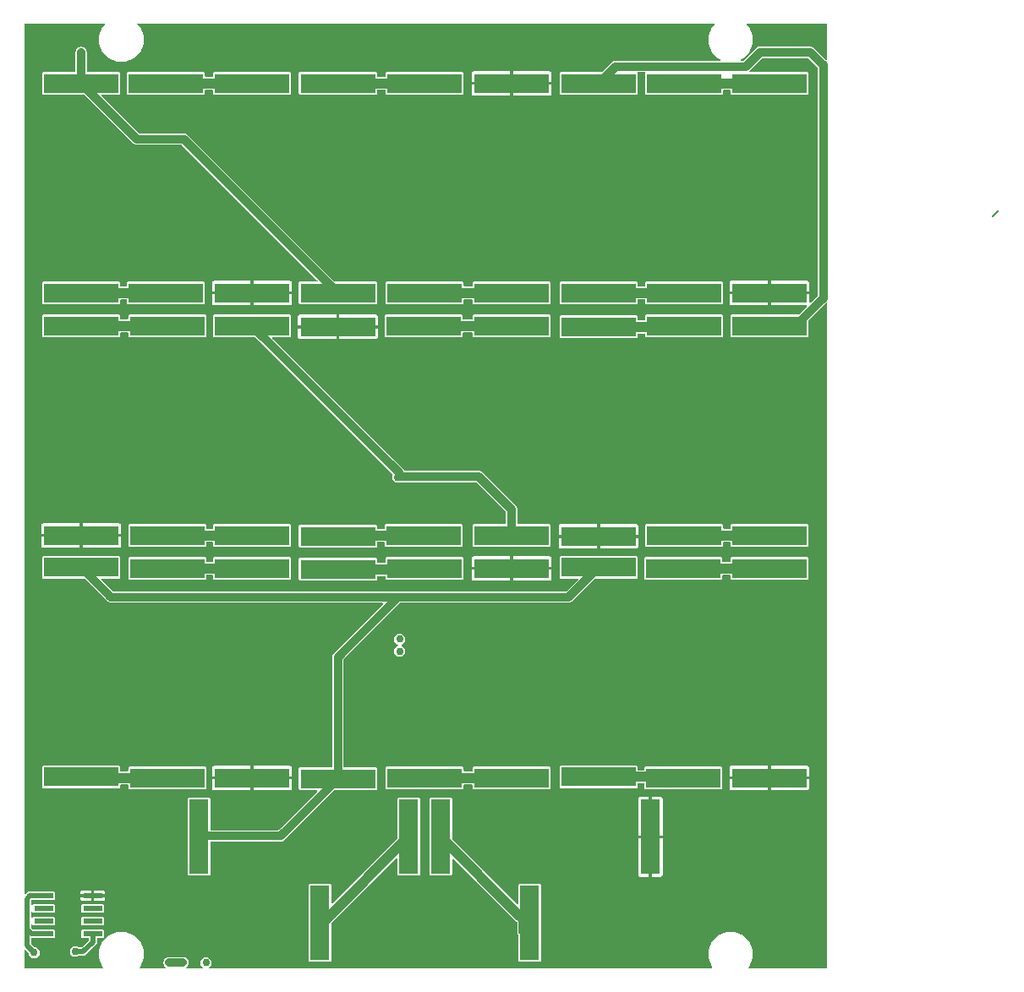
<source format=gbr>
G04 EAGLE Gerber RS-274X export*
G75*
%MOMM*%
%FSLAX34Y34*%
%LPD*%
%INTop Copper*%
%IPPOS*%
%AMOC8*
5,1,8,0,0,1.08239X$1,22.5*%
G01*
%ADD10R,1.981200X0.558800*%
%ADD11R,7.490000X1.960000*%
%ADD12R,1.960000X7.490000*%
%ADD13C,0.756400*%
%ADD14C,0.812800*%
%ADD15C,0.152400*%
%ADD16C,0.508000*%
%ADD17C,0.500000*%
%ADD18C,1.016000*%

G36*
X88332Y10172D02*
X88332Y10172D01*
X88404Y10174D01*
X88453Y10192D01*
X88504Y10200D01*
X88568Y10234D01*
X88635Y10259D01*
X88676Y10291D01*
X88722Y10316D01*
X88771Y10367D01*
X88827Y10412D01*
X88855Y10456D01*
X88891Y10494D01*
X88921Y10559D01*
X88960Y10619D01*
X88973Y10670D01*
X88995Y10717D01*
X89002Y10788D01*
X89020Y10858D01*
X89016Y10910D01*
X89022Y10961D01*
X89006Y11032D01*
X89001Y11103D01*
X88980Y11151D01*
X88969Y11202D01*
X88933Y11263D01*
X88905Y11329D01*
X88860Y11385D01*
X88843Y11413D01*
X88826Y11428D01*
X88800Y11460D01*
X88313Y11947D01*
X84939Y20092D01*
X84939Y28908D01*
X88313Y37053D01*
X94547Y43287D01*
X102692Y46661D01*
X111508Y46661D01*
X119653Y43287D01*
X125887Y37053D01*
X129261Y28908D01*
X129261Y20092D01*
X125887Y11947D01*
X125400Y11460D01*
X125358Y11402D01*
X125309Y11350D01*
X125287Y11303D01*
X125257Y11261D01*
X125236Y11192D01*
X125205Y11127D01*
X125200Y11075D01*
X125184Y11025D01*
X125186Y10954D01*
X125178Y10883D01*
X125189Y10832D01*
X125191Y10780D01*
X125215Y10712D01*
X125231Y10642D01*
X125257Y10597D01*
X125275Y10549D01*
X125320Y10493D01*
X125357Y10431D01*
X125396Y10397D01*
X125429Y10357D01*
X125489Y10318D01*
X125544Y10271D01*
X125592Y10252D01*
X125636Y10224D01*
X125705Y10206D01*
X125772Y10179D01*
X125843Y10171D01*
X125874Y10163D01*
X125898Y10165D01*
X125939Y10161D01*
X151098Y10161D01*
X151169Y10172D01*
X151240Y10174D01*
X151289Y10192D01*
X151341Y10200D01*
X151404Y10234D01*
X151471Y10259D01*
X151512Y10291D01*
X151558Y10316D01*
X151607Y10368D01*
X151663Y10412D01*
X151691Y10456D01*
X151727Y10494D01*
X151757Y10559D01*
X151796Y10619D01*
X151809Y10670D01*
X151831Y10717D01*
X151839Y10788D01*
X151856Y10858D01*
X151852Y10910D01*
X151858Y10961D01*
X151843Y11032D01*
X151837Y11103D01*
X151817Y11151D01*
X151806Y11202D01*
X151769Y11263D01*
X151741Y11329D01*
X151696Y11385D01*
X151680Y11413D01*
X151662Y11428D01*
X151636Y11460D01*
X150262Y12834D01*
X150038Y13375D01*
X150003Y13431D01*
X149978Y13491D01*
X149926Y13556D01*
X149908Y13584D01*
X149893Y13597D01*
X149873Y13622D01*
X149693Y13802D01*
X149693Y14056D01*
X149683Y14121D01*
X149682Y14186D01*
X149659Y14266D01*
X149654Y14299D01*
X149644Y14316D01*
X149635Y14347D01*
X149411Y14888D01*
X149411Y17112D01*
X149635Y17653D01*
X149650Y17716D01*
X149675Y17777D01*
X149684Y17860D01*
X149691Y17892D01*
X149690Y17911D01*
X149693Y17944D01*
X149693Y18198D01*
X149873Y18378D01*
X149911Y18431D01*
X149957Y18478D01*
X149997Y18551D01*
X150017Y18578D01*
X150022Y18596D01*
X150038Y18625D01*
X150262Y19166D01*
X151834Y20738D01*
X152375Y20962D01*
X152431Y20997D01*
X152491Y21022D01*
X152556Y21074D01*
X152584Y21092D01*
X152597Y21107D01*
X152622Y21127D01*
X152802Y21307D01*
X153056Y21307D01*
X153121Y21317D01*
X153186Y21318D01*
X153266Y21341D01*
X153299Y21346D01*
X153316Y21356D01*
X153347Y21365D01*
X153888Y21589D01*
X170112Y21589D01*
X170653Y21365D01*
X170716Y21350D01*
X170777Y21325D01*
X170860Y21316D01*
X170892Y21309D01*
X170911Y21310D01*
X170944Y21307D01*
X171198Y21307D01*
X171378Y21127D01*
X171431Y21089D01*
X171478Y21043D01*
X171551Y21003D01*
X171578Y20983D01*
X171596Y20978D01*
X171625Y20962D01*
X172166Y20738D01*
X173738Y19166D01*
X173962Y18625D01*
X173997Y18569D01*
X174022Y18509D01*
X174074Y18444D01*
X174092Y18416D01*
X174107Y18403D01*
X174127Y18378D01*
X174307Y18198D01*
X174307Y17944D01*
X174317Y17879D01*
X174318Y17814D01*
X174341Y17733D01*
X174346Y17701D01*
X174356Y17684D01*
X174365Y17653D01*
X174589Y17112D01*
X174589Y14888D01*
X174365Y14347D01*
X174350Y14284D01*
X174325Y14223D01*
X174316Y14140D01*
X174309Y14108D01*
X174310Y14089D01*
X174307Y14056D01*
X174307Y13802D01*
X174127Y13622D01*
X174089Y13569D01*
X174043Y13522D01*
X174003Y13449D01*
X173983Y13422D01*
X173978Y13404D01*
X173962Y13375D01*
X173738Y12834D01*
X172364Y11460D01*
X172322Y11402D01*
X172273Y11350D01*
X172251Y11303D01*
X172220Y11261D01*
X172199Y11192D01*
X172169Y11127D01*
X172163Y11075D01*
X172148Y11025D01*
X172150Y10954D01*
X172142Y10883D01*
X172153Y10832D01*
X172154Y10780D01*
X172179Y10712D01*
X172194Y10642D01*
X172221Y10597D01*
X172239Y10549D01*
X172284Y10493D01*
X172320Y10431D01*
X172360Y10397D01*
X172393Y10357D01*
X172453Y10318D01*
X172507Y10271D01*
X172556Y10252D01*
X172599Y10224D01*
X172669Y10206D01*
X172735Y10179D01*
X172807Y10171D01*
X172838Y10163D01*
X172861Y10165D01*
X172902Y10161D01*
X188497Y10161D01*
X188567Y10172D01*
X188639Y10174D01*
X188688Y10192D01*
X188739Y10200D01*
X188803Y10234D01*
X188870Y10259D01*
X188911Y10291D01*
X188957Y10316D01*
X189006Y10368D01*
X189062Y10412D01*
X189090Y10456D01*
X189126Y10494D01*
X189156Y10559D01*
X189195Y10619D01*
X189208Y10670D01*
X189230Y10717D01*
X189238Y10788D01*
X189255Y10858D01*
X189251Y10910D01*
X189257Y10961D01*
X189242Y11032D01*
X189236Y11103D01*
X189216Y11151D01*
X189205Y11202D01*
X189168Y11263D01*
X189140Y11329D01*
X189095Y11385D01*
X189078Y11413D01*
X189061Y11428D01*
X189035Y11460D01*
X186693Y13802D01*
X186693Y18198D01*
X189802Y21307D01*
X194198Y21307D01*
X197307Y18198D01*
X197307Y13802D01*
X194965Y11460D01*
X194923Y11402D01*
X194874Y11350D01*
X194852Y11303D01*
X194822Y11261D01*
X194800Y11192D01*
X194770Y11127D01*
X194765Y11075D01*
X194749Y11025D01*
X194751Y10954D01*
X194743Y10883D01*
X194754Y10832D01*
X194756Y10780D01*
X194780Y10712D01*
X194795Y10642D01*
X194822Y10597D01*
X194840Y10549D01*
X194885Y10493D01*
X194922Y10431D01*
X194961Y10397D01*
X194994Y10357D01*
X195054Y10318D01*
X195109Y10271D01*
X195157Y10252D01*
X195201Y10224D01*
X195270Y10206D01*
X195337Y10179D01*
X195408Y10171D01*
X195439Y10163D01*
X195462Y10165D01*
X195503Y10161D01*
X698261Y10161D01*
X698332Y10172D01*
X698404Y10174D01*
X698453Y10192D01*
X698504Y10200D01*
X698568Y10234D01*
X698635Y10259D01*
X698676Y10291D01*
X698722Y10316D01*
X698771Y10367D01*
X698827Y10412D01*
X698855Y10456D01*
X698891Y10494D01*
X698921Y10559D01*
X698960Y10619D01*
X698973Y10670D01*
X698995Y10717D01*
X699002Y10788D01*
X699020Y10858D01*
X699016Y10910D01*
X699022Y10961D01*
X699006Y11032D01*
X699001Y11103D01*
X698980Y11151D01*
X698969Y11202D01*
X698933Y11263D01*
X698905Y11329D01*
X698860Y11385D01*
X698843Y11413D01*
X698826Y11428D01*
X698800Y11460D01*
X698313Y11947D01*
X694939Y20092D01*
X694939Y28908D01*
X698313Y37053D01*
X704547Y43287D01*
X712692Y46661D01*
X721508Y46661D01*
X729653Y43287D01*
X735887Y37053D01*
X739261Y28908D01*
X739261Y20092D01*
X735887Y11947D01*
X735400Y11460D01*
X735358Y11402D01*
X735309Y11350D01*
X735287Y11303D01*
X735257Y11261D01*
X735236Y11192D01*
X735205Y11127D01*
X735200Y11075D01*
X735184Y11025D01*
X735186Y10954D01*
X735178Y10883D01*
X735189Y10832D01*
X735191Y10780D01*
X735215Y10712D01*
X735231Y10642D01*
X735257Y10597D01*
X735275Y10549D01*
X735320Y10493D01*
X735357Y10431D01*
X735396Y10397D01*
X735429Y10357D01*
X735489Y10318D01*
X735544Y10271D01*
X735592Y10252D01*
X735636Y10224D01*
X735705Y10206D01*
X735772Y10179D01*
X735843Y10171D01*
X735874Y10163D01*
X735898Y10165D01*
X735939Y10161D01*
X813278Y10161D01*
X813298Y10164D01*
X813317Y10162D01*
X813419Y10184D01*
X813521Y10200D01*
X813538Y10210D01*
X813558Y10214D01*
X813647Y10267D01*
X813738Y10316D01*
X813752Y10330D01*
X813769Y10340D01*
X813836Y10419D01*
X813908Y10494D01*
X813916Y10512D01*
X813929Y10527D01*
X813968Y10623D01*
X814011Y10717D01*
X814013Y10737D01*
X814021Y10755D01*
X814039Y10922D01*
X814039Y676298D01*
X814028Y676369D01*
X814026Y676440D01*
X814008Y676489D01*
X814000Y676541D01*
X813966Y676604D01*
X813941Y676671D01*
X813909Y676712D01*
X813884Y676758D01*
X813832Y676807D01*
X813788Y676863D01*
X813744Y676891D01*
X813706Y676927D01*
X813641Y676957D01*
X813581Y676996D01*
X813530Y677009D01*
X813483Y677031D01*
X813412Y677039D01*
X813342Y677056D01*
X813290Y677052D01*
X813239Y677058D01*
X813168Y677043D01*
X813097Y677037D01*
X813049Y677017D01*
X812998Y677006D01*
X812937Y676969D01*
X812871Y676941D01*
X812815Y676896D01*
X812787Y676880D01*
X812772Y676862D01*
X812740Y676836D01*
X795198Y659294D01*
X795145Y659220D01*
X795085Y659151D01*
X795073Y659120D01*
X795054Y659094D01*
X795027Y659007D01*
X795016Y658979D01*
X795003Y658951D01*
X795002Y658945D01*
X794993Y658922D01*
X794989Y658882D01*
X794982Y658859D01*
X794983Y658827D01*
X794975Y658756D01*
X794975Y643568D01*
X794082Y642675D01*
X717918Y642675D01*
X717025Y643568D01*
X717025Y664432D01*
X717918Y665325D01*
X785106Y665325D01*
X785196Y665339D01*
X785287Y665347D01*
X785317Y665359D01*
X785348Y665364D01*
X785429Y665407D01*
X785513Y665443D01*
X785545Y665469D01*
X785566Y665480D01*
X785588Y665503D01*
X785644Y665548D01*
X793456Y673360D01*
X793498Y673418D01*
X793547Y673470D01*
X793569Y673517D01*
X793600Y673559D01*
X793621Y673628D01*
X793651Y673693D01*
X793657Y673745D01*
X793672Y673795D01*
X793670Y673866D01*
X793678Y673937D01*
X793667Y673988D01*
X793666Y674040D01*
X793641Y674108D01*
X793626Y674178D01*
X793599Y674223D01*
X793581Y674271D01*
X793536Y674327D01*
X793500Y674389D01*
X793460Y674423D01*
X793427Y674463D01*
X793367Y674502D01*
X793313Y674549D01*
X793264Y674568D01*
X793221Y674596D01*
X793151Y674614D01*
X793085Y674641D01*
X793013Y674649D01*
X792982Y674657D01*
X792959Y674655D01*
X792918Y674659D01*
X757523Y674659D01*
X757523Y685477D01*
X795991Y685477D01*
X795991Y677732D01*
X796002Y677661D01*
X796004Y677590D01*
X796022Y677541D01*
X796030Y677489D01*
X796064Y677426D01*
X796089Y677359D01*
X796121Y677318D01*
X796146Y677272D01*
X796198Y677223D01*
X796242Y677167D01*
X796286Y677139D01*
X796324Y677103D01*
X796389Y677073D01*
X796449Y677034D01*
X796500Y677021D01*
X796547Y676999D01*
X796618Y676991D01*
X796688Y676974D01*
X796740Y676978D01*
X796791Y676972D01*
X796862Y676987D01*
X796933Y676993D01*
X796981Y677013D01*
X797032Y677024D01*
X797093Y677061D01*
X797159Y677089D01*
X797215Y677134D01*
X797243Y677150D01*
X797258Y677168D01*
X797290Y677194D01*
X804164Y684068D01*
X804217Y684142D01*
X804277Y684211D01*
X804289Y684242D01*
X804308Y684268D01*
X804335Y684355D01*
X804369Y684440D01*
X804373Y684480D01*
X804380Y684503D01*
X804379Y684535D01*
X804387Y684606D01*
X804387Y912394D01*
X804373Y912484D01*
X804365Y912575D01*
X804353Y912605D01*
X804348Y912636D01*
X804305Y912717D01*
X804269Y912801D01*
X804243Y912833D01*
X804232Y912854D01*
X804209Y912876D01*
X804164Y912932D01*
X794908Y922188D01*
X794834Y922241D01*
X794765Y922301D01*
X794734Y922313D01*
X794708Y922332D01*
X794621Y922359D01*
X794536Y922393D01*
X794496Y922397D01*
X794473Y922404D01*
X794441Y922403D01*
X794370Y922411D01*
X749191Y922411D01*
X749101Y922397D01*
X749010Y922389D01*
X748980Y922377D01*
X748948Y922372D01*
X748867Y922329D01*
X748783Y922293D01*
X748751Y922267D01*
X748731Y922256D01*
X748708Y922233D01*
X748652Y922188D01*
X737205Y910741D01*
X736088Y909624D01*
X736047Y909566D01*
X735997Y909514D01*
X735975Y909467D01*
X735945Y909425D01*
X735924Y909356D01*
X735894Y909291D01*
X735888Y909239D01*
X735873Y909189D01*
X735874Y909118D01*
X735866Y909047D01*
X735878Y908996D01*
X735879Y908944D01*
X735904Y908876D01*
X735919Y908806D01*
X735945Y908761D01*
X735963Y908713D01*
X736008Y908657D01*
X736045Y908595D01*
X736084Y908561D01*
X736117Y908521D01*
X736177Y908482D01*
X736232Y908435D01*
X736280Y908416D01*
X736324Y908388D01*
X736393Y908370D01*
X736460Y908343D01*
X736531Y908335D01*
X736562Y908327D01*
X736586Y908329D01*
X736627Y908325D01*
X794082Y908325D01*
X794975Y907432D01*
X794975Y886568D01*
X794082Y885675D01*
X717918Y885675D01*
X717025Y886568D01*
X717025Y889634D01*
X717022Y889654D01*
X717024Y889673D01*
X717002Y889775D01*
X716986Y889877D01*
X716976Y889894D01*
X716972Y889914D01*
X716919Y890003D01*
X716870Y890094D01*
X716856Y890108D01*
X716846Y890125D01*
X716767Y890192D01*
X716692Y890264D01*
X716674Y890272D01*
X716659Y890285D01*
X716563Y890324D01*
X716469Y890367D01*
X716449Y890369D01*
X716431Y890377D01*
X716264Y890395D01*
X710736Y890395D01*
X710716Y890392D01*
X710697Y890394D01*
X710595Y890372D01*
X710493Y890356D01*
X710476Y890346D01*
X710456Y890342D01*
X710367Y890289D01*
X710276Y890240D01*
X710262Y890226D01*
X710245Y890216D01*
X710178Y890137D01*
X710106Y890062D01*
X710098Y890044D01*
X710085Y890029D01*
X710046Y889933D01*
X710003Y889839D01*
X710001Y889819D01*
X709993Y889801D01*
X709975Y889634D01*
X709975Y886568D01*
X709082Y885675D01*
X632918Y885675D01*
X632025Y886568D01*
X632025Y907450D01*
X632022Y907470D01*
X632024Y907489D01*
X632002Y907591D01*
X631986Y907693D01*
X631976Y907710D01*
X631972Y907730D01*
X631919Y907819D01*
X631870Y907910D01*
X631856Y907924D01*
X631846Y907941D01*
X631767Y908008D01*
X631692Y908080D01*
X631674Y908088D01*
X631659Y908101D01*
X631563Y908140D01*
X631469Y908183D01*
X631449Y908185D01*
X631431Y908193D01*
X631264Y908211D01*
X624736Y908211D01*
X624716Y908208D01*
X624697Y908210D01*
X624595Y908188D01*
X624493Y908172D01*
X624476Y908162D01*
X624456Y908158D01*
X624367Y908105D01*
X624276Y908056D01*
X624262Y908042D01*
X624245Y908032D01*
X624178Y907953D01*
X624106Y907878D01*
X624098Y907860D01*
X624085Y907845D01*
X624046Y907749D01*
X624003Y907655D01*
X624001Y907635D01*
X623993Y907617D01*
X623975Y907450D01*
X623975Y886568D01*
X623082Y885675D01*
X546918Y885675D01*
X546025Y886568D01*
X546025Y907432D01*
X546918Y908325D01*
X588106Y908325D01*
X588196Y908339D01*
X588287Y908347D01*
X588317Y908359D01*
X588348Y908364D01*
X588429Y908407D01*
X588513Y908443D01*
X588545Y908469D01*
X588566Y908480D01*
X588588Y908503D01*
X588644Y908548D01*
X598634Y918538D01*
X600688Y919389D01*
X706331Y919389D01*
X706427Y919404D01*
X706524Y919414D01*
X706548Y919424D01*
X706574Y919428D01*
X706660Y919474D01*
X706749Y919514D01*
X706768Y919531D01*
X706791Y919544D01*
X706858Y919614D01*
X706930Y919680D01*
X706943Y919703D01*
X706961Y919722D01*
X707002Y919810D01*
X707049Y919896D01*
X707053Y919921D01*
X707064Y919945D01*
X707075Y920042D01*
X707092Y920138D01*
X707089Y920164D01*
X707092Y920189D01*
X707071Y920285D01*
X707057Y920381D01*
X707045Y920404D01*
X707039Y920430D01*
X706989Y920513D01*
X706945Y920600D01*
X706926Y920619D01*
X706913Y920641D01*
X706839Y920704D01*
X706770Y920772D01*
X706741Y920788D01*
X706726Y920801D01*
X706695Y920813D01*
X706623Y920853D01*
X704547Y921713D01*
X698313Y927947D01*
X694939Y936092D01*
X694939Y944908D01*
X698313Y953053D01*
X700800Y955540D01*
X700842Y955598D01*
X700891Y955650D01*
X700913Y955697D01*
X700943Y955739D01*
X700964Y955808D01*
X700995Y955873D01*
X701000Y955925D01*
X701016Y955975D01*
X701014Y956046D01*
X701022Y956117D01*
X701011Y956168D01*
X701009Y956220D01*
X700985Y956288D01*
X700969Y956358D01*
X700943Y956403D01*
X700925Y956451D01*
X700880Y956507D01*
X700843Y956569D01*
X700804Y956603D01*
X700771Y956643D01*
X700711Y956682D01*
X700656Y956729D01*
X700608Y956748D01*
X700564Y956776D01*
X700495Y956794D01*
X700428Y956821D01*
X700357Y956829D01*
X700326Y956837D01*
X700302Y956835D01*
X700261Y956839D01*
X123939Y956839D01*
X123868Y956828D01*
X123796Y956826D01*
X123747Y956808D01*
X123696Y956800D01*
X123632Y956766D01*
X123565Y956741D01*
X123524Y956709D01*
X123478Y956684D01*
X123429Y956632D01*
X123373Y956588D01*
X123345Y956544D01*
X123309Y956506D01*
X123279Y956441D01*
X123240Y956381D01*
X123227Y956330D01*
X123205Y956283D01*
X123198Y956212D01*
X123180Y956142D01*
X123184Y956090D01*
X123178Y956039D01*
X123194Y955968D01*
X123199Y955897D01*
X123219Y955849D01*
X123231Y955798D01*
X123267Y955737D01*
X123295Y955671D01*
X123340Y955615D01*
X123357Y955587D01*
X123375Y955572D01*
X123400Y955540D01*
X125887Y953053D01*
X129261Y944908D01*
X129261Y936092D01*
X125887Y927947D01*
X119653Y921713D01*
X111508Y918339D01*
X102692Y918339D01*
X94547Y921713D01*
X88313Y927947D01*
X84939Y936092D01*
X84939Y944908D01*
X88313Y953053D01*
X90800Y955540D01*
X90842Y955598D01*
X90891Y955650D01*
X90913Y955697D01*
X90943Y955739D01*
X90964Y955808D01*
X90995Y955873D01*
X91000Y955925D01*
X91016Y955975D01*
X91014Y956046D01*
X91022Y956117D01*
X91011Y956168D01*
X91009Y956220D01*
X90985Y956288D01*
X90969Y956358D01*
X90943Y956403D01*
X90925Y956451D01*
X90880Y956507D01*
X90843Y956569D01*
X90804Y956603D01*
X90771Y956643D01*
X90711Y956682D01*
X90656Y956729D01*
X90608Y956748D01*
X90564Y956776D01*
X90495Y956794D01*
X90428Y956821D01*
X90357Y956829D01*
X90326Y956837D01*
X90302Y956835D01*
X90261Y956839D01*
X10922Y956839D01*
X10902Y956836D01*
X10883Y956838D01*
X10781Y956816D01*
X10679Y956800D01*
X10662Y956790D01*
X10642Y956786D01*
X10553Y956733D01*
X10462Y956684D01*
X10448Y956670D01*
X10431Y956660D01*
X10364Y956581D01*
X10292Y956506D01*
X10284Y956488D01*
X10271Y956473D01*
X10232Y956377D01*
X10189Y956283D01*
X10187Y956263D01*
X10179Y956245D01*
X10161Y956078D01*
X10161Y85030D01*
X10172Y84960D01*
X10174Y84888D01*
X10192Y84839D01*
X10200Y84788D01*
X10234Y84724D01*
X10259Y84657D01*
X10291Y84616D01*
X10316Y84570D01*
X10368Y84521D01*
X10412Y84465D01*
X10456Y84437D01*
X10494Y84401D01*
X10559Y84371D01*
X10619Y84332D01*
X10670Y84319D01*
X10717Y84297D01*
X10788Y84289D01*
X10858Y84272D01*
X10910Y84276D01*
X10961Y84270D01*
X11032Y84285D01*
X11103Y84291D01*
X11151Y84311D01*
X11202Y84322D01*
X11263Y84359D01*
X11329Y84387D01*
X11385Y84432D01*
X11413Y84449D01*
X11428Y84466D01*
X11460Y84492D01*
X14043Y87075D01*
X18215Y87075D01*
X18305Y87089D01*
X18396Y87097D01*
X18426Y87109D01*
X18458Y87114D01*
X18539Y87157D01*
X18622Y87193D01*
X18655Y87219D01*
X18675Y87230D01*
X18697Y87253D01*
X18753Y87298D01*
X18824Y87369D01*
X39900Y87369D01*
X40793Y86476D01*
X40793Y79624D01*
X39900Y78731D01*
X18824Y78731D01*
X18753Y78802D01*
X18679Y78855D01*
X18610Y78915D01*
X18580Y78927D01*
X18554Y78946D01*
X18467Y78973D01*
X18382Y79007D01*
X18341Y79011D01*
X18319Y79018D01*
X18286Y79017D01*
X18215Y79025D01*
X17692Y79025D01*
X17602Y79011D01*
X17511Y79003D01*
X17482Y78991D01*
X17450Y78986D01*
X17369Y78943D01*
X17285Y78907D01*
X17253Y78881D01*
X17232Y78870D01*
X17210Y78847D01*
X17154Y78802D01*
X16908Y78556D01*
X16855Y78482D01*
X16795Y78412D01*
X16783Y78382D01*
X16764Y78356D01*
X16737Y78269D01*
X16703Y78184D01*
X16699Y78143D01*
X16692Y78121D01*
X16693Y78089D01*
X16685Y78018D01*
X16685Y74367D01*
X16696Y74296D01*
X16698Y74224D01*
X16716Y74175D01*
X16724Y74124D01*
X16758Y74061D01*
X16783Y73993D01*
X16815Y73953D01*
X16840Y73907D01*
X16892Y73857D01*
X16936Y73801D01*
X16980Y73773D01*
X17018Y73737D01*
X17083Y73707D01*
X17143Y73668D01*
X17194Y73656D01*
X17241Y73634D01*
X17312Y73626D01*
X17382Y73608D01*
X17434Y73612D01*
X17485Y73607D01*
X17556Y73622D01*
X17627Y73627D01*
X17675Y73648D01*
X17726Y73659D01*
X17787Y73696D01*
X17853Y73724D01*
X17909Y73769D01*
X17937Y73785D01*
X17952Y73803D01*
X17984Y73829D01*
X18824Y74669D01*
X39900Y74669D01*
X40793Y73776D01*
X40793Y66924D01*
X39900Y66031D01*
X18824Y66031D01*
X17984Y66871D01*
X17926Y66913D01*
X17874Y66963D01*
X17827Y66985D01*
X17785Y67015D01*
X17716Y67036D01*
X17651Y67066D01*
X17599Y67072D01*
X17549Y67087D01*
X17478Y67085D01*
X17407Y67093D01*
X17356Y67082D01*
X17304Y67081D01*
X17236Y67056D01*
X17166Y67041D01*
X17121Y67014D01*
X17073Y66997D01*
X17017Y66952D01*
X16955Y66915D01*
X16921Y66875D01*
X16881Y66843D01*
X16842Y66783D01*
X16795Y66728D01*
X16776Y66680D01*
X16748Y66636D01*
X16730Y66566D01*
X16703Y66500D01*
X16695Y66429D01*
X16687Y66397D01*
X16689Y66374D01*
X16685Y66333D01*
X16685Y61667D01*
X16696Y61596D01*
X16698Y61524D01*
X16716Y61475D01*
X16724Y61424D01*
X16758Y61361D01*
X16783Y61293D01*
X16815Y61253D01*
X16840Y61207D01*
X16892Y61157D01*
X16936Y61101D01*
X16980Y61073D01*
X17018Y61037D01*
X17083Y61007D01*
X17143Y60968D01*
X17194Y60956D01*
X17241Y60934D01*
X17312Y60926D01*
X17382Y60908D01*
X17434Y60912D01*
X17485Y60907D01*
X17556Y60922D01*
X17627Y60927D01*
X17675Y60948D01*
X17726Y60959D01*
X17787Y60996D01*
X17853Y61024D01*
X17909Y61069D01*
X17937Y61085D01*
X17952Y61103D01*
X17984Y61129D01*
X18824Y61969D01*
X39900Y61969D01*
X40793Y61076D01*
X40793Y54224D01*
X39900Y53331D01*
X18824Y53331D01*
X17984Y54171D01*
X17926Y54213D01*
X17874Y54263D01*
X17827Y54285D01*
X17785Y54315D01*
X17716Y54336D01*
X17651Y54366D01*
X17599Y54372D01*
X17549Y54387D01*
X17478Y54385D01*
X17407Y54393D01*
X17356Y54382D01*
X17304Y54381D01*
X17236Y54356D01*
X17166Y54341D01*
X17121Y54314D01*
X17073Y54297D01*
X17017Y54252D01*
X16955Y54215D01*
X16921Y54175D01*
X16881Y54143D01*
X16842Y54083D01*
X16795Y54028D01*
X16776Y53980D01*
X16748Y53936D01*
X16730Y53866D01*
X16703Y53800D01*
X16695Y53729D01*
X16687Y53697D01*
X16689Y53674D01*
X16685Y53633D01*
X16685Y51322D01*
X16699Y51232D01*
X16707Y51141D01*
X16719Y51112D01*
X16724Y51080D01*
X16767Y50999D01*
X16803Y50915D01*
X16829Y50883D01*
X16840Y50862D01*
X16863Y50840D01*
X16908Y50784D01*
X18200Y49492D01*
X18274Y49439D01*
X18344Y49379D01*
X18374Y49367D01*
X18400Y49348D01*
X18487Y49321D01*
X18572Y49287D01*
X18613Y49283D01*
X18635Y49276D01*
X18667Y49277D01*
X18738Y49269D01*
X39900Y49269D01*
X40793Y48376D01*
X40793Y41524D01*
X39900Y40631D01*
X18824Y40631D01*
X18753Y40702D01*
X18679Y40755D01*
X18610Y40815D01*
X18580Y40827D01*
X18554Y40846D01*
X18467Y40873D01*
X18382Y40907D01*
X18341Y40911D01*
X18319Y40918D01*
X18286Y40917D01*
X18215Y40925D01*
X17446Y40925D01*
X17426Y40922D01*
X17407Y40924D01*
X17305Y40902D01*
X17203Y40886D01*
X17186Y40876D01*
X17166Y40872D01*
X17077Y40819D01*
X16986Y40770D01*
X16972Y40756D01*
X16955Y40746D01*
X16888Y40667D01*
X16816Y40592D01*
X16808Y40574D01*
X16795Y40559D01*
X16756Y40463D01*
X16713Y40369D01*
X16711Y40349D01*
X16703Y40331D01*
X16685Y40164D01*
X16685Y35322D01*
X16699Y35232D01*
X16707Y35141D01*
X16719Y35112D01*
X16724Y35080D01*
X16767Y34999D01*
X16803Y34915D01*
X16829Y34883D01*
X16840Y34862D01*
X16863Y34840D01*
X16908Y34784D01*
X20162Y31530D01*
X20236Y31477D01*
X20306Y31417D01*
X20336Y31405D01*
X20362Y31386D01*
X20449Y31359D01*
X20534Y31325D01*
X20575Y31321D01*
X20597Y31314D01*
X20629Y31315D01*
X20700Y31307D01*
X22198Y31307D01*
X25307Y28198D01*
X25307Y23802D01*
X22198Y20693D01*
X17802Y20693D01*
X14693Y23802D01*
X14693Y25300D01*
X14679Y25390D01*
X14671Y25481D01*
X14659Y25510D01*
X14654Y25542D01*
X14611Y25623D01*
X14575Y25707D01*
X14549Y25739D01*
X14538Y25760D01*
X14515Y25782D01*
X14470Y25838D01*
X11460Y28848D01*
X11402Y28890D01*
X11350Y28939D01*
X11303Y28961D01*
X11261Y28991D01*
X11192Y29013D01*
X11127Y29043D01*
X11075Y29048D01*
X11025Y29064D01*
X10954Y29062D01*
X10883Y29070D01*
X10832Y29059D01*
X10780Y29057D01*
X10712Y29033D01*
X10642Y29018D01*
X10597Y28991D01*
X10549Y28973D01*
X10493Y28928D01*
X10431Y28891D01*
X10397Y28852D01*
X10357Y28819D01*
X10318Y28759D01*
X10271Y28705D01*
X10252Y28656D01*
X10224Y28612D01*
X10206Y28543D01*
X10179Y28476D01*
X10171Y28405D01*
X10163Y28374D01*
X10165Y28351D01*
X10161Y28310D01*
X10161Y10922D01*
X10164Y10902D01*
X10162Y10883D01*
X10184Y10781D01*
X10200Y10679D01*
X10210Y10662D01*
X10214Y10642D01*
X10267Y10553D01*
X10316Y10462D01*
X10330Y10448D01*
X10340Y10431D01*
X10419Y10364D01*
X10494Y10292D01*
X10512Y10284D01*
X10527Y10271D01*
X10623Y10232D01*
X10717Y10189D01*
X10737Y10187D01*
X10755Y10179D01*
X10922Y10161D01*
X88261Y10161D01*
X88332Y10172D01*
G37*
%LPC*%
G36*
X174568Y103025D02*
X174568Y103025D01*
X173675Y103918D01*
X173675Y180082D01*
X174568Y180975D01*
X195432Y180975D01*
X196325Y180082D01*
X196325Y149350D01*
X196328Y149330D01*
X196326Y149311D01*
X196348Y149209D01*
X196364Y149107D01*
X196374Y149090D01*
X196378Y149070D01*
X196431Y148981D01*
X196480Y148890D01*
X196494Y148876D01*
X196504Y148859D01*
X196583Y148792D01*
X196658Y148720D01*
X196676Y148712D01*
X196691Y148699D01*
X196787Y148660D01*
X196881Y148617D01*
X196901Y148615D01*
X196919Y148607D01*
X197086Y148589D01*
X264370Y148589D01*
X264460Y148603D01*
X264551Y148611D01*
X264581Y148623D01*
X264612Y148628D01*
X264693Y148671D01*
X264777Y148707D01*
X264809Y148733D01*
X264830Y148744D01*
X264852Y148767D01*
X264908Y148812D01*
X303472Y187376D01*
X303514Y187434D01*
X303563Y187486D01*
X303585Y187533D01*
X303616Y187575D01*
X303637Y187644D01*
X303667Y187709D01*
X303673Y187761D01*
X303688Y187811D01*
X303686Y187882D01*
X303694Y187953D01*
X303683Y188004D01*
X303682Y188056D01*
X303657Y188124D01*
X303642Y188194D01*
X303615Y188239D01*
X303597Y188287D01*
X303552Y188343D01*
X303516Y188405D01*
X303476Y188439D01*
X303443Y188479D01*
X303383Y188518D01*
X303329Y188565D01*
X303280Y188584D01*
X303237Y188612D01*
X303167Y188630D01*
X303101Y188657D01*
X303029Y188665D01*
X302998Y188673D01*
X302975Y188671D01*
X302934Y188675D01*
X285918Y188675D01*
X285025Y189568D01*
X285025Y210432D01*
X285918Y211325D01*
X317650Y211325D01*
X317670Y211328D01*
X317689Y211326D01*
X317791Y211348D01*
X317893Y211364D01*
X317910Y211374D01*
X317930Y211378D01*
X318019Y211431D01*
X318110Y211480D01*
X318124Y211494D01*
X318141Y211504D01*
X318208Y211583D01*
X318280Y211658D01*
X318288Y211676D01*
X318301Y211691D01*
X318340Y211787D01*
X318383Y211881D01*
X318385Y211901D01*
X318393Y211919D01*
X318411Y212086D01*
X318411Y323112D01*
X319262Y325166D01*
X369208Y375112D01*
X369250Y375170D01*
X369299Y375222D01*
X369321Y375269D01*
X369352Y375311D01*
X369373Y375380D01*
X369403Y375445D01*
X369409Y375497D01*
X369424Y375547D01*
X369422Y375618D01*
X369430Y375689D01*
X369419Y375740D01*
X369418Y375792D01*
X369393Y375860D01*
X369378Y375930D01*
X369351Y375975D01*
X369333Y376023D01*
X369288Y376079D01*
X369252Y376141D01*
X369212Y376175D01*
X369179Y376215D01*
X369119Y376254D01*
X369065Y376301D01*
X369016Y376320D01*
X368973Y376348D01*
X368903Y376366D01*
X368837Y376393D01*
X368765Y376401D01*
X368734Y376409D01*
X368711Y376407D01*
X368670Y376411D01*
X95888Y376411D01*
X93834Y377262D01*
X70644Y400452D01*
X70570Y400505D01*
X70501Y400565D01*
X70470Y400577D01*
X70444Y400596D01*
X70357Y400623D01*
X70272Y400657D01*
X70232Y400661D01*
X70209Y400668D01*
X70177Y400667D01*
X70106Y400675D01*
X28918Y400675D01*
X28025Y401568D01*
X28025Y422432D01*
X28918Y423325D01*
X105082Y423325D01*
X105975Y422432D01*
X105975Y401568D01*
X105082Y400675D01*
X88066Y400675D01*
X87995Y400664D01*
X87924Y400662D01*
X87875Y400644D01*
X87823Y400636D01*
X87760Y400602D01*
X87693Y400577D01*
X87652Y400545D01*
X87606Y400520D01*
X87557Y400468D01*
X87501Y400424D01*
X87473Y400380D01*
X87437Y400342D01*
X87407Y400277D01*
X87368Y400217D01*
X87355Y400166D01*
X87333Y400119D01*
X87325Y400048D01*
X87308Y399978D01*
X87312Y399926D01*
X87306Y399875D01*
X87321Y399804D01*
X87327Y399733D01*
X87347Y399685D01*
X87358Y399634D01*
X87395Y399573D01*
X87423Y399507D01*
X87468Y399451D01*
X87484Y399423D01*
X87502Y399408D01*
X87528Y399376D01*
X99092Y387812D01*
X99166Y387759D01*
X99235Y387699D01*
X99266Y387687D01*
X99292Y387668D01*
X99379Y387641D01*
X99464Y387607D01*
X99504Y387603D01*
X99527Y387596D01*
X99559Y387597D01*
X99630Y387589D01*
X552370Y387589D01*
X552460Y387603D01*
X552551Y387611D01*
X552581Y387623D01*
X552612Y387628D01*
X552693Y387671D01*
X552777Y387707D01*
X552809Y387733D01*
X552830Y387744D01*
X552852Y387767D01*
X552908Y387812D01*
X564472Y399376D01*
X564514Y399434D01*
X564563Y399486D01*
X564585Y399533D01*
X564616Y399575D01*
X564637Y399644D01*
X564667Y399709D01*
X564673Y399761D01*
X564688Y399811D01*
X564686Y399882D01*
X564694Y399953D01*
X564683Y400004D01*
X564682Y400056D01*
X564657Y400124D01*
X564642Y400194D01*
X564615Y400239D01*
X564597Y400287D01*
X564552Y400343D01*
X564516Y400405D01*
X564476Y400439D01*
X564443Y400479D01*
X564383Y400518D01*
X564329Y400565D01*
X564280Y400584D01*
X564237Y400612D01*
X564167Y400630D01*
X564101Y400657D01*
X564029Y400665D01*
X563998Y400673D01*
X563975Y400671D01*
X563934Y400675D01*
X546918Y400675D01*
X546025Y401568D01*
X546025Y422432D01*
X546918Y423325D01*
X623082Y423325D01*
X623975Y422432D01*
X623975Y401568D01*
X623082Y400675D01*
X581894Y400675D01*
X581804Y400661D01*
X581713Y400653D01*
X581683Y400641D01*
X581651Y400636D01*
X581571Y400593D01*
X581487Y400557D01*
X581455Y400531D01*
X581434Y400520D01*
X581412Y400497D01*
X581356Y400452D01*
X559845Y378941D01*
X558166Y377262D01*
X556112Y376411D01*
X386630Y376411D01*
X386540Y376397D01*
X386449Y376389D01*
X386419Y376377D01*
X386388Y376372D01*
X386307Y376329D01*
X386223Y376293D01*
X386191Y376267D01*
X386170Y376256D01*
X386148Y376233D01*
X386092Y376188D01*
X329812Y319908D01*
X329759Y319834D01*
X329699Y319765D01*
X329687Y319734D01*
X329668Y319708D01*
X329641Y319621D01*
X329607Y319536D01*
X329603Y319496D01*
X329596Y319473D01*
X329597Y319441D01*
X329589Y319370D01*
X329589Y212086D01*
X329592Y212066D01*
X329590Y212047D01*
X329612Y211945D01*
X329628Y211843D01*
X329638Y211826D01*
X329642Y211806D01*
X329695Y211717D01*
X329744Y211626D01*
X329758Y211612D01*
X329768Y211595D01*
X329847Y211528D01*
X329922Y211456D01*
X329940Y211448D01*
X329955Y211435D01*
X330051Y211396D01*
X330145Y211353D01*
X330165Y211351D01*
X330183Y211343D01*
X330350Y211325D01*
X362082Y211325D01*
X362975Y210432D01*
X362975Y189568D01*
X362082Y188675D01*
X320894Y188675D01*
X320804Y188661D01*
X320713Y188653D01*
X320683Y188641D01*
X320652Y188636D01*
X320571Y188593D01*
X320487Y188557D01*
X320455Y188531D01*
X320434Y188520D01*
X320412Y188497D01*
X320356Y188452D01*
X270166Y138262D01*
X268112Y137411D01*
X197086Y137411D01*
X197066Y137408D01*
X197047Y137410D01*
X196945Y137388D01*
X196843Y137372D01*
X196826Y137362D01*
X196806Y137358D01*
X196717Y137305D01*
X196626Y137256D01*
X196612Y137242D01*
X196595Y137232D01*
X196528Y137153D01*
X196456Y137078D01*
X196448Y137060D01*
X196435Y137045D01*
X196396Y136949D01*
X196353Y136855D01*
X196351Y136835D01*
X196343Y136817D01*
X196325Y136650D01*
X196325Y103918D01*
X195432Y103025D01*
X174568Y103025D01*
G37*
%LPD*%
%LPC*%
G36*
X459918Y432675D02*
X459918Y432675D01*
X459025Y433568D01*
X459025Y454432D01*
X459918Y455325D01*
X491650Y455325D01*
X491670Y455328D01*
X491689Y455326D01*
X491791Y455348D01*
X491893Y455364D01*
X491910Y455374D01*
X491930Y455378D01*
X492019Y455431D01*
X492110Y455480D01*
X492124Y455494D01*
X492141Y455504D01*
X492208Y455583D01*
X492280Y455658D01*
X492288Y455676D01*
X492301Y455691D01*
X492340Y455787D01*
X492383Y455881D01*
X492385Y455901D01*
X492393Y455919D01*
X492411Y456086D01*
X492411Y467370D01*
X492397Y467460D01*
X492389Y467551D01*
X492377Y467581D01*
X492372Y467612D01*
X492329Y467693D01*
X492293Y467777D01*
X492267Y467809D01*
X492256Y467830D01*
X492233Y467852D01*
X492188Y467908D01*
X462908Y497188D01*
X462834Y497241D01*
X462765Y497301D01*
X462734Y497313D01*
X462708Y497332D01*
X462621Y497359D01*
X462536Y497393D01*
X462496Y497397D01*
X462473Y497404D01*
X462441Y497403D01*
X462370Y497411D01*
X387231Y497411D01*
X387141Y497397D01*
X387050Y497389D01*
X387021Y497377D01*
X386989Y497372D01*
X386908Y497329D01*
X386824Y497293D01*
X386792Y497267D01*
X386771Y497256D01*
X386749Y497233D01*
X386693Y497188D01*
X386198Y496693D01*
X381802Y496693D01*
X378693Y499802D01*
X378693Y504198D01*
X378757Y504262D01*
X378769Y504278D01*
X378785Y504291D01*
X378841Y504378D01*
X378901Y504462D01*
X378907Y504481D01*
X378918Y504498D01*
X378943Y504598D01*
X378973Y504697D01*
X378973Y504717D01*
X378978Y504736D01*
X378970Y504839D01*
X378967Y504943D01*
X378960Y504962D01*
X378959Y504982D01*
X378918Y505076D01*
X378883Y505174D01*
X378870Y505190D01*
X378862Y505208D01*
X378757Y505339D01*
X241644Y642452D01*
X241570Y642505D01*
X241501Y642565D01*
X241470Y642577D01*
X241444Y642596D01*
X241357Y642623D01*
X241272Y642657D01*
X241232Y642661D01*
X241209Y642668D01*
X241177Y642667D01*
X241106Y642675D01*
X199918Y642675D01*
X199025Y643568D01*
X199025Y664432D01*
X199918Y665325D01*
X276082Y665325D01*
X276975Y664432D01*
X276975Y643568D01*
X276082Y642675D01*
X259066Y642675D01*
X258995Y642664D01*
X258924Y642662D01*
X258875Y642644D01*
X258823Y642636D01*
X258760Y642602D01*
X258693Y642577D01*
X258652Y642545D01*
X258606Y642520D01*
X258557Y642468D01*
X258501Y642424D01*
X258473Y642380D01*
X258437Y642342D01*
X258407Y642277D01*
X258368Y642217D01*
X258355Y642166D01*
X258333Y642119D01*
X258325Y642048D01*
X258308Y641978D01*
X258312Y641926D01*
X258306Y641875D01*
X258321Y641804D01*
X258327Y641733D01*
X258347Y641685D01*
X258358Y641634D01*
X258395Y641573D01*
X258423Y641507D01*
X258468Y641451D01*
X258484Y641423D01*
X258502Y641408D01*
X258528Y641376D01*
X389738Y510166D01*
X390196Y509059D01*
X390258Y508959D01*
X390318Y508859D01*
X390323Y508855D01*
X390326Y508850D01*
X390417Y508775D01*
X390505Y508699D01*
X390511Y508697D01*
X390516Y508693D01*
X390624Y508651D01*
X390733Y508607D01*
X390741Y508606D01*
X390745Y508605D01*
X390763Y508604D01*
X390900Y508589D01*
X466112Y508589D01*
X468166Y507738D01*
X502738Y473166D01*
X503589Y471112D01*
X503589Y456086D01*
X503592Y456066D01*
X503590Y456047D01*
X503612Y455945D01*
X503628Y455843D01*
X503638Y455826D01*
X503642Y455806D01*
X503695Y455717D01*
X503744Y455626D01*
X503758Y455612D01*
X503768Y455595D01*
X503847Y455528D01*
X503922Y455456D01*
X503940Y455448D01*
X503955Y455435D01*
X504051Y455396D01*
X504145Y455353D01*
X504165Y455351D01*
X504183Y455343D01*
X504350Y455325D01*
X536082Y455325D01*
X536975Y454432D01*
X536975Y433568D01*
X536082Y432675D01*
X459918Y432675D01*
G37*
%LPD*%
%LPC*%
G36*
X285918Y675675D02*
X285918Y675675D01*
X285025Y676568D01*
X285025Y697432D01*
X285918Y698325D01*
X302934Y698325D01*
X303005Y698336D01*
X303076Y698338D01*
X303125Y698356D01*
X303177Y698364D01*
X303240Y698398D01*
X303307Y698423D01*
X303348Y698455D01*
X303394Y698480D01*
X303443Y698531D01*
X303499Y698576D01*
X303527Y698620D01*
X303563Y698658D01*
X303593Y698723D01*
X303632Y698783D01*
X303645Y698834D01*
X303667Y698881D01*
X303675Y698952D01*
X303692Y699022D01*
X303688Y699074D01*
X303694Y699125D01*
X303679Y699196D01*
X303673Y699267D01*
X303653Y699315D01*
X303642Y699366D01*
X303605Y699427D01*
X303577Y699493D01*
X303532Y699549D01*
X303516Y699577D01*
X303511Y699581D01*
X303510Y699583D01*
X303496Y699595D01*
X303472Y699624D01*
X167908Y835188D01*
X167834Y835241D01*
X167765Y835301D01*
X167734Y835313D01*
X167708Y835332D01*
X167621Y835359D01*
X167536Y835393D01*
X167496Y835397D01*
X167473Y835404D01*
X167441Y835403D01*
X167370Y835411D01*
X121888Y835411D01*
X119834Y836262D01*
X70644Y885452D01*
X70570Y885505D01*
X70501Y885565D01*
X70470Y885577D01*
X70444Y885596D01*
X70357Y885623D01*
X70272Y885657D01*
X70232Y885661D01*
X70209Y885668D01*
X70177Y885667D01*
X70106Y885675D01*
X28918Y885675D01*
X28025Y886568D01*
X28025Y907432D01*
X28918Y908325D01*
X60650Y908325D01*
X60670Y908328D01*
X60689Y908326D01*
X60791Y908348D01*
X60893Y908364D01*
X60910Y908374D01*
X60930Y908378D01*
X61019Y908431D01*
X61110Y908480D01*
X61124Y908494D01*
X61141Y908504D01*
X61208Y908583D01*
X61280Y908658D01*
X61288Y908676D01*
X61301Y908691D01*
X61340Y908787D01*
X61383Y908881D01*
X61385Y908901D01*
X61393Y908919D01*
X61411Y909086D01*
X61411Y929112D01*
X61635Y929653D01*
X61650Y929716D01*
X61675Y929777D01*
X61684Y929860D01*
X61691Y929892D01*
X61690Y929911D01*
X61693Y929944D01*
X61693Y930198D01*
X61873Y930378D01*
X61911Y930431D01*
X61957Y930478D01*
X61997Y930551D01*
X62017Y930578D01*
X62022Y930596D01*
X62038Y930625D01*
X62262Y931166D01*
X63834Y932738D01*
X64375Y932962D01*
X64431Y932997D01*
X64491Y933022D01*
X64556Y933074D01*
X64584Y933092D01*
X64597Y933107D01*
X64622Y933127D01*
X64802Y933307D01*
X65056Y933307D01*
X65121Y933317D01*
X65186Y933318D01*
X65266Y933341D01*
X65299Y933346D01*
X65316Y933356D01*
X65347Y933365D01*
X65888Y933589D01*
X68112Y933589D01*
X68653Y933365D01*
X68716Y933350D01*
X68777Y933325D01*
X68860Y933316D01*
X68892Y933309D01*
X68911Y933310D01*
X68944Y933307D01*
X69198Y933307D01*
X69378Y933127D01*
X69431Y933089D01*
X69478Y933043D01*
X69551Y933003D01*
X69578Y932983D01*
X69596Y932978D01*
X69625Y932962D01*
X70166Y932738D01*
X71738Y931166D01*
X71962Y930625D01*
X71997Y930569D01*
X72022Y930509D01*
X72074Y930444D01*
X72092Y930416D01*
X72107Y930403D01*
X72127Y930378D01*
X72307Y930198D01*
X72307Y929944D01*
X72317Y929879D01*
X72318Y929814D01*
X72341Y929734D01*
X72346Y929701D01*
X72356Y929684D01*
X72365Y929653D01*
X72589Y929112D01*
X72589Y909086D01*
X72592Y909066D01*
X72590Y909047D01*
X72612Y908945D01*
X72628Y908843D01*
X72638Y908826D01*
X72642Y908806D01*
X72695Y908717D01*
X72744Y908626D01*
X72758Y908612D01*
X72768Y908595D01*
X72847Y908528D01*
X72922Y908456D01*
X72940Y908448D01*
X72955Y908435D01*
X73051Y908396D01*
X73145Y908353D01*
X73165Y908351D01*
X73183Y908343D01*
X73350Y908325D01*
X105082Y908325D01*
X105975Y907432D01*
X105975Y886568D01*
X105082Y885675D01*
X88066Y885675D01*
X87995Y885664D01*
X87924Y885662D01*
X87875Y885644D01*
X87823Y885636D01*
X87760Y885602D01*
X87693Y885577D01*
X87652Y885545D01*
X87606Y885520D01*
X87557Y885468D01*
X87501Y885424D01*
X87473Y885380D01*
X87437Y885342D01*
X87407Y885277D01*
X87368Y885217D01*
X87355Y885166D01*
X87333Y885119D01*
X87325Y885048D01*
X87308Y884978D01*
X87312Y884926D01*
X87306Y884875D01*
X87321Y884804D01*
X87327Y884733D01*
X87347Y884685D01*
X87358Y884634D01*
X87395Y884573D01*
X87423Y884507D01*
X87468Y884451D01*
X87484Y884423D01*
X87502Y884408D01*
X87528Y884376D01*
X125092Y846812D01*
X125166Y846759D01*
X125235Y846699D01*
X125266Y846687D01*
X125292Y846668D01*
X125379Y846641D01*
X125464Y846607D01*
X125504Y846603D01*
X125527Y846596D01*
X125559Y846597D01*
X125630Y846589D01*
X171112Y846589D01*
X173166Y845738D01*
X174845Y844059D01*
X320356Y698548D01*
X320430Y698495D01*
X320499Y698435D01*
X320530Y698423D01*
X320556Y698404D01*
X320643Y698377D01*
X320728Y698343D01*
X320768Y698339D01*
X320791Y698332D01*
X320823Y698333D01*
X320894Y698325D01*
X362082Y698325D01*
X362975Y697432D01*
X362975Y676568D01*
X362082Y675675D01*
X285918Y675675D01*
G37*
%LPD*%
%LPC*%
G36*
X505568Y17025D02*
X505568Y17025D01*
X504675Y17918D01*
X504675Y43775D01*
X504661Y43866D01*
X504653Y43956D01*
X504641Y43986D01*
X504636Y44018D01*
X504593Y44099D01*
X504557Y44183D01*
X504531Y44215D01*
X504520Y44236D01*
X504497Y44258D01*
X504452Y44314D01*
X503713Y45053D01*
X503713Y56290D01*
X503694Y56404D01*
X503677Y56521D01*
X503675Y56526D01*
X503674Y56532D01*
X503619Y56635D01*
X503566Y56740D01*
X503561Y56744D01*
X503558Y56750D01*
X503474Y56830D01*
X503390Y56912D01*
X503384Y56916D01*
X503380Y56919D01*
X503363Y56927D01*
X503243Y56993D01*
X502259Y57401D01*
X439624Y120035D01*
X439566Y120077D01*
X439514Y120126D01*
X439467Y120148D01*
X439425Y120179D01*
X439356Y120200D01*
X439291Y120230D01*
X439239Y120236D01*
X439189Y120251D01*
X439118Y120249D01*
X439047Y120257D01*
X438996Y120246D01*
X438944Y120245D01*
X438876Y120220D01*
X438806Y120205D01*
X438761Y120178D01*
X438713Y120160D01*
X438657Y120115D01*
X438595Y120079D01*
X438561Y120039D01*
X438521Y120007D01*
X438482Y119946D01*
X438435Y119892D01*
X438416Y119843D01*
X438388Y119800D01*
X438370Y119730D01*
X438343Y119664D01*
X438335Y119592D01*
X438327Y119561D01*
X438329Y119538D01*
X438325Y119497D01*
X438325Y103918D01*
X437432Y103025D01*
X416568Y103025D01*
X415675Y103918D01*
X415675Y180082D01*
X416568Y180975D01*
X437432Y180975D01*
X438325Y180082D01*
X438325Y140331D01*
X438328Y140313D01*
X438326Y140295D01*
X438341Y140227D01*
X438347Y140150D01*
X438359Y140120D01*
X438364Y140088D01*
X438375Y140068D01*
X438378Y140055D01*
X438410Y140001D01*
X438443Y139924D01*
X438469Y139892D01*
X438480Y139871D01*
X438499Y139853D01*
X438504Y139844D01*
X438513Y139836D01*
X438548Y139793D01*
X503376Y74965D01*
X503434Y74923D01*
X503486Y74874D01*
X503533Y74852D01*
X503575Y74821D01*
X503644Y74800D01*
X503709Y74770D01*
X503761Y74764D01*
X503811Y74749D01*
X503882Y74751D01*
X503953Y74743D01*
X504004Y74754D01*
X504056Y74755D01*
X504124Y74780D01*
X504194Y74795D01*
X504239Y74822D01*
X504287Y74840D01*
X504343Y74885D01*
X504405Y74921D01*
X504439Y74961D01*
X504479Y74993D01*
X504518Y75054D01*
X504565Y75108D01*
X504584Y75157D01*
X504612Y75200D01*
X504630Y75270D01*
X504657Y75336D01*
X504665Y75408D01*
X504673Y75439D01*
X504671Y75462D01*
X504675Y75503D01*
X504675Y94082D01*
X505568Y94975D01*
X526432Y94975D01*
X527325Y94082D01*
X527325Y17918D01*
X526432Y17025D01*
X505568Y17025D01*
G37*
%LPD*%
%LPC*%
G36*
X295568Y17025D02*
X295568Y17025D01*
X294675Y17918D01*
X294675Y94082D01*
X295568Y94975D01*
X316432Y94975D01*
X317325Y94082D01*
X317325Y75503D01*
X317336Y75432D01*
X317338Y75361D01*
X317356Y75312D01*
X317364Y75260D01*
X317398Y75197D01*
X317423Y75130D01*
X317455Y75089D01*
X317480Y75043D01*
X317532Y74994D01*
X317576Y74938D01*
X317620Y74909D01*
X317658Y74874D01*
X317723Y74843D01*
X317783Y74805D01*
X317834Y74792D01*
X317881Y74770D01*
X317952Y74762D01*
X318022Y74745D01*
X318074Y74749D01*
X318125Y74743D01*
X318196Y74758D01*
X318267Y74764D01*
X318315Y74784D01*
X318366Y74795D01*
X318427Y74832D01*
X318493Y74860D01*
X318549Y74905D01*
X318577Y74921D01*
X318592Y74939D01*
X318624Y74965D01*
X383452Y139793D01*
X383504Y139865D01*
X383544Y139906D01*
X383548Y139917D01*
X383565Y139936D01*
X383577Y139966D01*
X383596Y139993D01*
X383620Y140071D01*
X383647Y140129D01*
X383649Y140145D01*
X383657Y140164D01*
X383661Y140205D01*
X383668Y140228D01*
X383667Y140260D01*
X383675Y140331D01*
X383675Y180082D01*
X384568Y180975D01*
X405432Y180975D01*
X406325Y180082D01*
X406325Y103918D01*
X405432Y103025D01*
X384568Y103025D01*
X383675Y103918D01*
X383675Y119497D01*
X383664Y119568D01*
X383662Y119639D01*
X383644Y119688D01*
X383636Y119740D01*
X383602Y119803D01*
X383577Y119870D01*
X383545Y119911D01*
X383520Y119957D01*
X383468Y120006D01*
X383424Y120062D01*
X383380Y120091D01*
X383342Y120126D01*
X383277Y120157D01*
X383217Y120195D01*
X383166Y120208D01*
X383119Y120230D01*
X383048Y120238D01*
X382978Y120255D01*
X382926Y120251D01*
X382875Y120257D01*
X382804Y120242D01*
X382733Y120236D01*
X382685Y120216D01*
X382634Y120205D01*
X382573Y120168D01*
X382507Y120140D01*
X382451Y120095D01*
X382423Y120079D01*
X382408Y120061D01*
X382376Y120035D01*
X317548Y55207D01*
X317495Y55133D01*
X317435Y55064D01*
X317423Y55034D01*
X317404Y55007D01*
X317377Y54920D01*
X317343Y54836D01*
X317339Y54795D01*
X317332Y54772D01*
X317333Y54740D01*
X317325Y54669D01*
X317325Y17918D01*
X316432Y17025D01*
X295568Y17025D01*
G37*
%LPD*%
%LPC*%
G36*
X371918Y642675D02*
X371918Y642675D01*
X371025Y643568D01*
X371025Y664432D01*
X371918Y665325D01*
X448082Y665325D01*
X448975Y664432D01*
X448975Y661366D01*
X448978Y661346D01*
X448976Y661327D01*
X448998Y661225D01*
X449014Y661123D01*
X449024Y661106D01*
X449028Y661086D01*
X449081Y660997D01*
X449130Y660906D01*
X449144Y660892D01*
X449154Y660875D01*
X449233Y660808D01*
X449308Y660736D01*
X449326Y660728D01*
X449341Y660715D01*
X449437Y660676D01*
X449531Y660633D01*
X449551Y660631D01*
X449569Y660623D01*
X449736Y660605D01*
X458264Y660605D01*
X458284Y660608D01*
X458303Y660606D01*
X458405Y660628D01*
X458507Y660644D01*
X458524Y660654D01*
X458544Y660658D01*
X458633Y660711D01*
X458724Y660760D01*
X458738Y660774D01*
X458755Y660784D01*
X458822Y660863D01*
X458894Y660938D01*
X458902Y660956D01*
X458915Y660971D01*
X458954Y661067D01*
X458997Y661161D01*
X458999Y661181D01*
X459007Y661199D01*
X459025Y661366D01*
X459025Y664432D01*
X459918Y665325D01*
X536082Y665325D01*
X536975Y664432D01*
X536975Y643568D01*
X536082Y642675D01*
X459918Y642675D01*
X459025Y643568D01*
X459025Y646634D01*
X459022Y646654D01*
X459024Y646673D01*
X459002Y646775D01*
X458986Y646877D01*
X458976Y646894D01*
X458972Y646914D01*
X458919Y647003D01*
X458870Y647094D01*
X458856Y647108D01*
X458846Y647125D01*
X458767Y647192D01*
X458692Y647264D01*
X458674Y647272D01*
X458659Y647285D01*
X458563Y647324D01*
X458469Y647367D01*
X458449Y647369D01*
X458431Y647377D01*
X458264Y647395D01*
X449736Y647395D01*
X449716Y647392D01*
X449697Y647394D01*
X449595Y647372D01*
X449493Y647356D01*
X449476Y647346D01*
X449456Y647342D01*
X449367Y647289D01*
X449276Y647240D01*
X449262Y647226D01*
X449245Y647216D01*
X449178Y647137D01*
X449106Y647062D01*
X449098Y647044D01*
X449085Y647029D01*
X449046Y646933D01*
X449003Y646839D01*
X449001Y646819D01*
X448993Y646801D01*
X448975Y646634D01*
X448975Y643568D01*
X448082Y642675D01*
X371918Y642675D01*
G37*
%LPD*%
%LPC*%
G36*
X372918Y675675D02*
X372918Y675675D01*
X372025Y676568D01*
X372025Y697432D01*
X372918Y698325D01*
X449082Y698325D01*
X449975Y697432D01*
X449975Y694366D01*
X449978Y694346D01*
X449976Y694327D01*
X449998Y694225D01*
X450014Y694123D01*
X450024Y694106D01*
X450028Y694086D01*
X450081Y693997D01*
X450130Y693906D01*
X450144Y693892D01*
X450154Y693875D01*
X450233Y693808D01*
X450308Y693736D01*
X450326Y693728D01*
X450341Y693715D01*
X450437Y693676D01*
X450531Y693633D01*
X450551Y693631D01*
X450569Y693623D01*
X450736Y693605D01*
X458264Y693605D01*
X458284Y693608D01*
X458303Y693606D01*
X458405Y693628D01*
X458507Y693644D01*
X458524Y693654D01*
X458544Y693658D01*
X458633Y693711D01*
X458724Y693760D01*
X458738Y693774D01*
X458755Y693784D01*
X458822Y693863D01*
X458894Y693938D01*
X458902Y693956D01*
X458915Y693971D01*
X458954Y694067D01*
X458997Y694161D01*
X458999Y694181D01*
X459007Y694199D01*
X459025Y694366D01*
X459025Y697432D01*
X459918Y698325D01*
X536082Y698325D01*
X536975Y697432D01*
X536975Y676568D01*
X536082Y675675D01*
X459918Y675675D01*
X459025Y676568D01*
X459025Y679634D01*
X459022Y679654D01*
X459024Y679673D01*
X459002Y679775D01*
X458986Y679877D01*
X458976Y679894D01*
X458972Y679914D01*
X458919Y680003D01*
X458870Y680094D01*
X458856Y680108D01*
X458846Y680125D01*
X458767Y680192D01*
X458692Y680264D01*
X458674Y680272D01*
X458659Y680285D01*
X458563Y680324D01*
X458469Y680367D01*
X458449Y680369D01*
X458431Y680377D01*
X458264Y680395D01*
X450736Y680395D01*
X450716Y680392D01*
X450697Y680394D01*
X450595Y680372D01*
X450493Y680356D01*
X450476Y680346D01*
X450456Y680342D01*
X450367Y680289D01*
X450276Y680240D01*
X450262Y680226D01*
X450245Y680216D01*
X450178Y680137D01*
X450106Y680062D01*
X450098Y680044D01*
X450085Y680029D01*
X450046Y679933D01*
X450003Y679839D01*
X450001Y679819D01*
X449993Y679801D01*
X449975Y679634D01*
X449975Y676568D01*
X449082Y675675D01*
X372918Y675675D01*
G37*
%LPD*%
%LPC*%
G36*
X285918Y885675D02*
X285918Y885675D01*
X285025Y886568D01*
X285025Y907432D01*
X285918Y908325D01*
X362082Y908325D01*
X362975Y907432D01*
X362975Y904366D01*
X362978Y904346D01*
X362976Y904327D01*
X362998Y904225D01*
X363014Y904123D01*
X363024Y904106D01*
X363028Y904086D01*
X363081Y903997D01*
X363130Y903906D01*
X363144Y903892D01*
X363154Y903875D01*
X363233Y903808D01*
X363308Y903736D01*
X363326Y903728D01*
X363341Y903715D01*
X363437Y903676D01*
X363531Y903633D01*
X363551Y903631D01*
X363569Y903623D01*
X363736Y903605D01*
X371264Y903605D01*
X371284Y903608D01*
X371303Y903606D01*
X371405Y903628D01*
X371507Y903644D01*
X371524Y903654D01*
X371544Y903658D01*
X371633Y903711D01*
X371724Y903760D01*
X371738Y903774D01*
X371755Y903784D01*
X371822Y903863D01*
X371894Y903938D01*
X371902Y903956D01*
X371915Y903971D01*
X371954Y904067D01*
X371997Y904161D01*
X371999Y904181D01*
X372007Y904199D01*
X372025Y904366D01*
X372025Y907432D01*
X372918Y908325D01*
X449082Y908325D01*
X449975Y907432D01*
X449975Y886568D01*
X449082Y885675D01*
X372918Y885675D01*
X372025Y886568D01*
X372025Y889634D01*
X372022Y889654D01*
X372024Y889673D01*
X372002Y889775D01*
X371986Y889877D01*
X371976Y889894D01*
X371972Y889914D01*
X371919Y890003D01*
X371870Y890094D01*
X371856Y890108D01*
X371846Y890125D01*
X371767Y890192D01*
X371692Y890264D01*
X371674Y890272D01*
X371659Y890285D01*
X371563Y890324D01*
X371469Y890367D01*
X371449Y890369D01*
X371431Y890377D01*
X371264Y890395D01*
X363736Y890395D01*
X363716Y890392D01*
X363697Y890394D01*
X363595Y890372D01*
X363493Y890356D01*
X363476Y890346D01*
X363456Y890342D01*
X363367Y890289D01*
X363276Y890240D01*
X363262Y890226D01*
X363245Y890216D01*
X363178Y890137D01*
X363106Y890062D01*
X363098Y890044D01*
X363085Y890029D01*
X363046Y889933D01*
X363003Y889839D01*
X363001Y889819D01*
X362993Y889801D01*
X362975Y889634D01*
X362975Y886568D01*
X362082Y885675D01*
X285918Y885675D01*
G37*
%LPD*%
%LPC*%
G36*
X285918Y398675D02*
X285918Y398675D01*
X285025Y399568D01*
X285025Y420432D01*
X285918Y421325D01*
X362082Y421325D01*
X362975Y420432D01*
X362975Y417366D01*
X362978Y417346D01*
X362976Y417327D01*
X362998Y417225D01*
X363014Y417123D01*
X363024Y417106D01*
X363028Y417086D01*
X363081Y416997D01*
X363130Y416906D01*
X363144Y416892D01*
X363154Y416875D01*
X363233Y416808D01*
X363308Y416736D01*
X363326Y416728D01*
X363341Y416715D01*
X363437Y416676D01*
X363531Y416633D01*
X363551Y416631D01*
X363569Y416623D01*
X363736Y416605D01*
X371264Y416605D01*
X371284Y416608D01*
X371303Y416606D01*
X371405Y416628D01*
X371507Y416644D01*
X371524Y416654D01*
X371544Y416658D01*
X371633Y416711D01*
X371724Y416760D01*
X371738Y416774D01*
X371755Y416784D01*
X371822Y416863D01*
X371894Y416938D01*
X371902Y416956D01*
X371915Y416971D01*
X371954Y417067D01*
X371997Y417161D01*
X371999Y417181D01*
X372007Y417199D01*
X372025Y417366D01*
X372025Y421432D01*
X372918Y422325D01*
X449082Y422325D01*
X449975Y421432D01*
X449975Y400568D01*
X449082Y399675D01*
X372918Y399675D01*
X372025Y400568D01*
X372025Y402634D01*
X372022Y402654D01*
X372024Y402673D01*
X372002Y402775D01*
X371986Y402877D01*
X371976Y402894D01*
X371972Y402914D01*
X371919Y403003D01*
X371870Y403094D01*
X371856Y403108D01*
X371846Y403125D01*
X371767Y403192D01*
X371692Y403264D01*
X371674Y403272D01*
X371659Y403285D01*
X371563Y403324D01*
X371469Y403367D01*
X371449Y403369D01*
X371431Y403377D01*
X371264Y403395D01*
X363736Y403395D01*
X363716Y403392D01*
X363697Y403394D01*
X363595Y403372D01*
X363493Y403356D01*
X363476Y403346D01*
X363456Y403342D01*
X363367Y403289D01*
X363276Y403240D01*
X363262Y403226D01*
X363245Y403216D01*
X363178Y403137D01*
X363106Y403062D01*
X363098Y403044D01*
X363085Y403029D01*
X363046Y402933D01*
X363003Y402839D01*
X363001Y402819D01*
X362993Y402801D01*
X362975Y402634D01*
X362975Y399568D01*
X362082Y398675D01*
X285918Y398675D01*
G37*
%LPD*%
%LPC*%
G36*
X372918Y189675D02*
X372918Y189675D01*
X372025Y190568D01*
X372025Y211432D01*
X372918Y212325D01*
X449082Y212325D01*
X449975Y211432D01*
X449975Y208366D01*
X449978Y208346D01*
X449976Y208327D01*
X449998Y208225D01*
X450014Y208123D01*
X450024Y208106D01*
X450028Y208086D01*
X450081Y207997D01*
X450130Y207906D01*
X450144Y207892D01*
X450154Y207875D01*
X450233Y207808D01*
X450308Y207736D01*
X450326Y207728D01*
X450341Y207715D01*
X450437Y207676D01*
X450531Y207633D01*
X450551Y207631D01*
X450569Y207623D01*
X450736Y207605D01*
X458264Y207605D01*
X458284Y207608D01*
X458303Y207606D01*
X458405Y207628D01*
X458507Y207644D01*
X458524Y207654D01*
X458544Y207658D01*
X458633Y207711D01*
X458724Y207760D01*
X458738Y207774D01*
X458755Y207784D01*
X458822Y207863D01*
X458894Y207938D01*
X458902Y207956D01*
X458915Y207971D01*
X458954Y208067D01*
X458997Y208161D01*
X458999Y208181D01*
X459007Y208199D01*
X459025Y208366D01*
X459025Y211432D01*
X459918Y212325D01*
X536082Y212325D01*
X536975Y211432D01*
X536975Y190568D01*
X536082Y189675D01*
X459918Y189675D01*
X459025Y190568D01*
X459025Y193634D01*
X459023Y193649D01*
X459024Y193661D01*
X459023Y193666D01*
X459024Y193673D01*
X459002Y193775D01*
X458986Y193877D01*
X458976Y193894D01*
X458972Y193914D01*
X458919Y194003D01*
X458870Y194094D01*
X458856Y194108D01*
X458846Y194125D01*
X458767Y194192D01*
X458692Y194264D01*
X458674Y194272D01*
X458659Y194285D01*
X458563Y194324D01*
X458469Y194367D01*
X458449Y194369D01*
X458431Y194377D01*
X458264Y194395D01*
X450736Y194395D01*
X450716Y194392D01*
X450697Y194394D01*
X450595Y194372D01*
X450493Y194356D01*
X450476Y194346D01*
X450456Y194342D01*
X450367Y194289D01*
X450276Y194240D01*
X450262Y194226D01*
X450245Y194216D01*
X450178Y194137D01*
X450106Y194062D01*
X450098Y194044D01*
X450085Y194029D01*
X450046Y193933D01*
X450003Y193839D01*
X450001Y193819D01*
X449993Y193801D01*
X449975Y193634D01*
X449975Y190568D01*
X449082Y189675D01*
X372918Y189675D01*
G37*
%LPD*%
%LPC*%
G36*
X631918Y399675D02*
X631918Y399675D01*
X631025Y400568D01*
X631025Y421432D01*
X631918Y422325D01*
X708082Y422325D01*
X708975Y421432D01*
X708975Y418366D01*
X708978Y418346D01*
X708976Y418327D01*
X708998Y418225D01*
X709014Y418123D01*
X709024Y418106D01*
X709028Y418086D01*
X709081Y417997D01*
X709130Y417906D01*
X709144Y417892D01*
X709154Y417875D01*
X709233Y417808D01*
X709308Y417736D01*
X709326Y417728D01*
X709341Y417715D01*
X709437Y417676D01*
X709531Y417633D01*
X709551Y417631D01*
X709569Y417623D01*
X709736Y417605D01*
X716264Y417605D01*
X716284Y417608D01*
X716303Y417606D01*
X716405Y417628D01*
X716507Y417644D01*
X716524Y417654D01*
X716544Y417658D01*
X716633Y417711D01*
X716724Y417760D01*
X716738Y417774D01*
X716755Y417784D01*
X716822Y417863D01*
X716894Y417938D01*
X716902Y417956D01*
X716915Y417971D01*
X716954Y418067D01*
X716997Y418161D01*
X716999Y418181D01*
X717007Y418199D01*
X717025Y418366D01*
X717025Y421432D01*
X717918Y422325D01*
X794082Y422325D01*
X794975Y421432D01*
X794975Y400568D01*
X794082Y399675D01*
X717918Y399675D01*
X717025Y400568D01*
X717025Y403634D01*
X717022Y403654D01*
X717024Y403673D01*
X717002Y403775D01*
X716986Y403877D01*
X716976Y403894D01*
X716972Y403914D01*
X716919Y404003D01*
X716870Y404094D01*
X716856Y404108D01*
X716846Y404125D01*
X716767Y404192D01*
X716692Y404264D01*
X716674Y404272D01*
X716659Y404285D01*
X716563Y404324D01*
X716469Y404367D01*
X716449Y404369D01*
X716431Y404377D01*
X716264Y404395D01*
X709736Y404395D01*
X709716Y404392D01*
X709697Y404394D01*
X709595Y404372D01*
X709493Y404356D01*
X709476Y404346D01*
X709456Y404342D01*
X709367Y404289D01*
X709276Y404240D01*
X709262Y404226D01*
X709245Y404216D01*
X709178Y404137D01*
X709106Y404062D01*
X709098Y404044D01*
X709085Y404029D01*
X709046Y403933D01*
X709003Y403839D01*
X709001Y403819D01*
X708993Y403801D01*
X708975Y403634D01*
X708975Y400568D01*
X708082Y399675D01*
X631918Y399675D01*
G37*
%LPD*%
%LPC*%
G36*
X546918Y641675D02*
X546918Y641675D01*
X546025Y642568D01*
X546025Y663432D01*
X546918Y664325D01*
X623082Y664325D01*
X623975Y663432D01*
X623975Y660366D01*
X623978Y660346D01*
X623976Y660327D01*
X623998Y660225D01*
X624014Y660123D01*
X624024Y660106D01*
X624028Y660086D01*
X624081Y659997D01*
X624130Y659906D01*
X624144Y659892D01*
X624154Y659875D01*
X624233Y659808D01*
X624308Y659736D01*
X624326Y659728D01*
X624341Y659715D01*
X624437Y659676D01*
X624531Y659633D01*
X624551Y659631D01*
X624569Y659623D01*
X624736Y659605D01*
X631264Y659605D01*
X631284Y659608D01*
X631303Y659606D01*
X631405Y659628D01*
X631507Y659644D01*
X631524Y659654D01*
X631544Y659658D01*
X631633Y659711D01*
X631724Y659760D01*
X631738Y659774D01*
X631755Y659784D01*
X631822Y659863D01*
X631894Y659938D01*
X631902Y659956D01*
X631915Y659971D01*
X631954Y660067D01*
X631997Y660161D01*
X631999Y660181D01*
X632007Y660199D01*
X632025Y660366D01*
X632025Y664432D01*
X632918Y665325D01*
X709082Y665325D01*
X709975Y664432D01*
X709975Y643568D01*
X709082Y642675D01*
X632918Y642675D01*
X632025Y643568D01*
X632025Y645634D01*
X632022Y645654D01*
X632024Y645673D01*
X632002Y645775D01*
X631986Y645877D01*
X631976Y645894D01*
X631972Y645914D01*
X631919Y646003D01*
X631870Y646094D01*
X631856Y646108D01*
X631846Y646125D01*
X631767Y646192D01*
X631692Y646264D01*
X631674Y646272D01*
X631659Y646285D01*
X631563Y646324D01*
X631469Y646367D01*
X631449Y646369D01*
X631431Y646377D01*
X631264Y646395D01*
X624736Y646395D01*
X624716Y646392D01*
X624697Y646394D01*
X624595Y646372D01*
X624493Y646356D01*
X624476Y646346D01*
X624456Y646342D01*
X624367Y646289D01*
X624276Y646240D01*
X624262Y646226D01*
X624245Y646216D01*
X624178Y646137D01*
X624106Y646062D01*
X624098Y646044D01*
X624085Y646029D01*
X624046Y645933D01*
X624003Y645839D01*
X624001Y645819D01*
X623993Y645801D01*
X623975Y645634D01*
X623975Y642568D01*
X623082Y641675D01*
X546918Y641675D01*
G37*
%LPD*%
%LPC*%
G36*
X285918Y431675D02*
X285918Y431675D01*
X285025Y432568D01*
X285025Y453432D01*
X285918Y454325D01*
X362082Y454325D01*
X362975Y453432D01*
X362975Y451366D01*
X362978Y451346D01*
X362976Y451327D01*
X362998Y451225D01*
X363014Y451123D01*
X363024Y451106D01*
X363028Y451086D01*
X363081Y450997D01*
X363130Y450906D01*
X363144Y450892D01*
X363154Y450875D01*
X363233Y450808D01*
X363308Y450736D01*
X363326Y450728D01*
X363341Y450715D01*
X363437Y450676D01*
X363531Y450633D01*
X363551Y450631D01*
X363569Y450623D01*
X363736Y450605D01*
X370264Y450605D01*
X370284Y450608D01*
X370303Y450606D01*
X370405Y450628D01*
X370507Y450644D01*
X370524Y450654D01*
X370544Y450658D01*
X370633Y450711D01*
X370724Y450760D01*
X370738Y450774D01*
X370755Y450784D01*
X370822Y450863D01*
X370894Y450938D01*
X370902Y450956D01*
X370915Y450971D01*
X370954Y451067D01*
X370997Y451161D01*
X370999Y451181D01*
X371007Y451199D01*
X371025Y451366D01*
X371025Y454432D01*
X371918Y455325D01*
X448082Y455325D01*
X448975Y454432D01*
X448975Y433568D01*
X448082Y432675D01*
X371918Y432675D01*
X371025Y433568D01*
X371025Y436634D01*
X371022Y436654D01*
X371024Y436673D01*
X371002Y436775D01*
X370986Y436877D01*
X370976Y436894D01*
X370972Y436914D01*
X370919Y437003D01*
X370870Y437094D01*
X370856Y437108D01*
X370846Y437125D01*
X370767Y437192D01*
X370692Y437264D01*
X370674Y437272D01*
X370659Y437285D01*
X370563Y437324D01*
X370469Y437367D01*
X370449Y437369D01*
X370431Y437377D01*
X370264Y437395D01*
X363736Y437395D01*
X363716Y437392D01*
X363697Y437394D01*
X363595Y437372D01*
X363493Y437356D01*
X363476Y437346D01*
X363456Y437342D01*
X363367Y437289D01*
X363276Y437240D01*
X363262Y437226D01*
X363245Y437216D01*
X363178Y437137D01*
X363106Y437062D01*
X363098Y437044D01*
X363085Y437029D01*
X363046Y436933D01*
X363003Y436839D01*
X363001Y436819D01*
X362993Y436801D01*
X362975Y436634D01*
X362975Y432568D01*
X362082Y431675D01*
X285918Y431675D01*
G37*
%LPD*%
%LPC*%
G36*
X546918Y675675D02*
X546918Y675675D01*
X546025Y676568D01*
X546025Y697432D01*
X546918Y698325D01*
X623082Y698325D01*
X623975Y697432D01*
X623975Y694366D01*
X623978Y694346D01*
X623976Y694327D01*
X623998Y694225D01*
X624014Y694123D01*
X624024Y694106D01*
X624028Y694086D01*
X624081Y693997D01*
X624130Y693906D01*
X624144Y693892D01*
X624154Y693875D01*
X624233Y693808D01*
X624308Y693736D01*
X624326Y693728D01*
X624341Y693715D01*
X624437Y693676D01*
X624531Y693633D01*
X624551Y693631D01*
X624569Y693623D01*
X624736Y693605D01*
X631264Y693605D01*
X631284Y693608D01*
X631303Y693606D01*
X631405Y693628D01*
X631507Y693644D01*
X631524Y693654D01*
X631544Y693658D01*
X631633Y693711D01*
X631724Y693760D01*
X631738Y693774D01*
X631755Y693784D01*
X631822Y693863D01*
X631894Y693938D01*
X631902Y693956D01*
X631915Y693971D01*
X631954Y694067D01*
X631997Y694161D01*
X631999Y694181D01*
X632007Y694199D01*
X632025Y694366D01*
X632025Y697432D01*
X632918Y698325D01*
X709082Y698325D01*
X709975Y697432D01*
X709975Y676568D01*
X709082Y675675D01*
X632918Y675675D01*
X632025Y676568D01*
X632025Y679634D01*
X632022Y679654D01*
X632024Y679673D01*
X632002Y679775D01*
X631986Y679877D01*
X631976Y679894D01*
X631972Y679914D01*
X631919Y680003D01*
X631870Y680094D01*
X631856Y680108D01*
X631846Y680125D01*
X631767Y680192D01*
X631692Y680264D01*
X631674Y680272D01*
X631659Y680285D01*
X631563Y680324D01*
X631469Y680367D01*
X631449Y680369D01*
X631431Y680377D01*
X631264Y680395D01*
X624736Y680395D01*
X624716Y680392D01*
X624697Y680394D01*
X624595Y680372D01*
X624493Y680356D01*
X624476Y680346D01*
X624456Y680342D01*
X624367Y680289D01*
X624276Y680240D01*
X624262Y680226D01*
X624245Y680216D01*
X624178Y680137D01*
X624106Y680062D01*
X624098Y680044D01*
X624085Y680029D01*
X624046Y679933D01*
X624003Y679839D01*
X624001Y679819D01*
X623993Y679801D01*
X623975Y679634D01*
X623975Y676568D01*
X623082Y675675D01*
X546918Y675675D01*
G37*
%LPD*%
%LPC*%
G36*
X113918Y885675D02*
X113918Y885675D01*
X113025Y886568D01*
X113025Y907432D01*
X113918Y908325D01*
X190082Y908325D01*
X190975Y907432D01*
X190975Y904366D01*
X190978Y904346D01*
X190976Y904327D01*
X190998Y904225D01*
X191014Y904123D01*
X191024Y904106D01*
X191028Y904086D01*
X191081Y903997D01*
X191130Y903906D01*
X191144Y903892D01*
X191154Y903875D01*
X191233Y903808D01*
X191308Y903736D01*
X191326Y903728D01*
X191341Y903715D01*
X191437Y903676D01*
X191531Y903633D01*
X191551Y903631D01*
X191569Y903623D01*
X191736Y903605D01*
X198264Y903605D01*
X198284Y903608D01*
X198303Y903606D01*
X198405Y903628D01*
X198507Y903644D01*
X198524Y903654D01*
X198544Y903658D01*
X198633Y903711D01*
X198724Y903760D01*
X198738Y903774D01*
X198755Y903784D01*
X198822Y903863D01*
X198894Y903938D01*
X198902Y903956D01*
X198915Y903971D01*
X198954Y904067D01*
X198997Y904161D01*
X198999Y904181D01*
X199007Y904199D01*
X199025Y904366D01*
X199025Y907432D01*
X199918Y908325D01*
X276082Y908325D01*
X276975Y907432D01*
X276975Y886568D01*
X276082Y885675D01*
X199918Y885675D01*
X199025Y886568D01*
X199025Y889634D01*
X199022Y889654D01*
X199024Y889673D01*
X199002Y889775D01*
X198986Y889877D01*
X198976Y889894D01*
X198972Y889914D01*
X198919Y890003D01*
X198870Y890094D01*
X198856Y890108D01*
X198846Y890125D01*
X198767Y890192D01*
X198692Y890264D01*
X198674Y890272D01*
X198659Y890285D01*
X198563Y890324D01*
X198469Y890367D01*
X198449Y890369D01*
X198431Y890377D01*
X198264Y890395D01*
X191736Y890395D01*
X191716Y890392D01*
X191697Y890394D01*
X191595Y890372D01*
X191493Y890356D01*
X191476Y890346D01*
X191456Y890342D01*
X191367Y890289D01*
X191276Y890240D01*
X191262Y890226D01*
X191245Y890216D01*
X191178Y890137D01*
X191106Y890062D01*
X191098Y890044D01*
X191085Y890029D01*
X191046Y889933D01*
X191003Y889839D01*
X191001Y889819D01*
X190993Y889801D01*
X190975Y889634D01*
X190975Y886568D01*
X190082Y885675D01*
X113918Y885675D01*
G37*
%LPD*%
%LPC*%
G36*
X28918Y642675D02*
X28918Y642675D01*
X28025Y643568D01*
X28025Y664432D01*
X28918Y665325D01*
X105082Y665325D01*
X105975Y664432D01*
X105975Y661366D01*
X105978Y661346D01*
X105976Y661327D01*
X105998Y661225D01*
X106014Y661123D01*
X106024Y661106D01*
X106028Y661086D01*
X106081Y660997D01*
X106130Y660906D01*
X106144Y660892D01*
X106154Y660875D01*
X106233Y660808D01*
X106308Y660736D01*
X106326Y660728D01*
X106341Y660715D01*
X106437Y660676D01*
X106531Y660633D01*
X106551Y660631D01*
X106569Y660623D01*
X106736Y660605D01*
X113264Y660605D01*
X113284Y660608D01*
X113303Y660606D01*
X113405Y660628D01*
X113507Y660644D01*
X113524Y660654D01*
X113544Y660658D01*
X113633Y660711D01*
X113724Y660760D01*
X113738Y660774D01*
X113755Y660784D01*
X113822Y660863D01*
X113894Y660938D01*
X113902Y660956D01*
X113915Y660971D01*
X113954Y661067D01*
X113997Y661161D01*
X113999Y661181D01*
X114007Y661199D01*
X114025Y661366D01*
X114025Y664432D01*
X114918Y665325D01*
X191082Y665325D01*
X191975Y664432D01*
X191975Y643568D01*
X191082Y642675D01*
X114918Y642675D01*
X114025Y643568D01*
X114025Y646634D01*
X114022Y646654D01*
X114024Y646673D01*
X114002Y646775D01*
X113986Y646877D01*
X113976Y646894D01*
X113972Y646914D01*
X113919Y647003D01*
X113870Y647094D01*
X113856Y647108D01*
X113846Y647125D01*
X113767Y647192D01*
X113692Y647264D01*
X113674Y647272D01*
X113659Y647285D01*
X113563Y647324D01*
X113469Y647367D01*
X113449Y647369D01*
X113431Y647377D01*
X113264Y647395D01*
X106736Y647395D01*
X106716Y647392D01*
X106697Y647394D01*
X106595Y647372D01*
X106493Y647356D01*
X106476Y647346D01*
X106456Y647342D01*
X106367Y647289D01*
X106276Y647240D01*
X106262Y647226D01*
X106245Y647216D01*
X106178Y647137D01*
X106106Y647062D01*
X106098Y647044D01*
X106085Y647029D01*
X106046Y646933D01*
X106003Y646839D01*
X106001Y646819D01*
X105993Y646801D01*
X105975Y646634D01*
X105975Y643568D01*
X105082Y642675D01*
X28918Y642675D01*
G37*
%LPD*%
%LPC*%
G36*
X114918Y189675D02*
X114918Y189675D01*
X114025Y190568D01*
X114025Y193634D01*
X114023Y193649D01*
X114024Y193661D01*
X114023Y193666D01*
X114024Y193673D01*
X114002Y193775D01*
X113986Y193877D01*
X113976Y193894D01*
X113972Y193914D01*
X113919Y194003D01*
X113870Y194094D01*
X113856Y194108D01*
X113846Y194125D01*
X113767Y194192D01*
X113692Y194264D01*
X113674Y194272D01*
X113659Y194285D01*
X113563Y194324D01*
X113469Y194367D01*
X113449Y194369D01*
X113431Y194377D01*
X113264Y194395D01*
X106736Y194395D01*
X106716Y194392D01*
X106697Y194394D01*
X106595Y194372D01*
X106493Y194356D01*
X106476Y194346D01*
X106456Y194342D01*
X106367Y194289D01*
X106276Y194240D01*
X106262Y194226D01*
X106245Y194216D01*
X106178Y194137D01*
X106106Y194062D01*
X106098Y194044D01*
X106085Y194029D01*
X106046Y193933D01*
X106003Y193839D01*
X106001Y193819D01*
X105993Y193801D01*
X105975Y193634D01*
X105975Y191568D01*
X105082Y190675D01*
X28918Y190675D01*
X28025Y191568D01*
X28025Y212432D01*
X28918Y213325D01*
X105082Y213325D01*
X105975Y212432D01*
X105975Y208366D01*
X105978Y208346D01*
X105976Y208327D01*
X105998Y208225D01*
X106014Y208123D01*
X106024Y208106D01*
X106028Y208086D01*
X106081Y207997D01*
X106130Y207906D01*
X106144Y207892D01*
X106154Y207875D01*
X106233Y207808D01*
X106308Y207736D01*
X106326Y207728D01*
X106341Y207715D01*
X106437Y207676D01*
X106531Y207633D01*
X106551Y207631D01*
X106569Y207623D01*
X106736Y207605D01*
X113264Y207605D01*
X113284Y207608D01*
X113303Y207606D01*
X113405Y207628D01*
X113507Y207644D01*
X113524Y207654D01*
X113544Y207658D01*
X113633Y207711D01*
X113724Y207760D01*
X113738Y207774D01*
X113755Y207784D01*
X113822Y207863D01*
X113894Y207938D01*
X113902Y207956D01*
X113915Y207971D01*
X113954Y208067D01*
X113997Y208161D01*
X113999Y208181D01*
X114007Y208199D01*
X114025Y208366D01*
X114025Y211432D01*
X114918Y212325D01*
X191082Y212325D01*
X191975Y211432D01*
X191975Y190568D01*
X191082Y189675D01*
X114918Y189675D01*
G37*
%LPD*%
%LPC*%
G36*
X632918Y432675D02*
X632918Y432675D01*
X632025Y433568D01*
X632025Y454432D01*
X632918Y455325D01*
X709082Y455325D01*
X709975Y454432D01*
X709975Y451366D01*
X709978Y451346D01*
X709976Y451327D01*
X709998Y451225D01*
X710014Y451123D01*
X710024Y451106D01*
X710028Y451086D01*
X710081Y450997D01*
X710130Y450906D01*
X710144Y450892D01*
X710154Y450875D01*
X710233Y450808D01*
X710308Y450736D01*
X710326Y450728D01*
X710341Y450715D01*
X710437Y450676D01*
X710531Y450633D01*
X710551Y450631D01*
X710569Y450623D01*
X710736Y450605D01*
X716264Y450605D01*
X716284Y450608D01*
X716303Y450606D01*
X716405Y450628D01*
X716507Y450644D01*
X716524Y450654D01*
X716544Y450658D01*
X716633Y450711D01*
X716724Y450760D01*
X716738Y450774D01*
X716755Y450784D01*
X716822Y450863D01*
X716894Y450938D01*
X716902Y450956D01*
X716915Y450971D01*
X716954Y451067D01*
X716997Y451161D01*
X716999Y451181D01*
X717007Y451199D01*
X717025Y451366D01*
X717025Y454432D01*
X717918Y455325D01*
X794082Y455325D01*
X794975Y454432D01*
X794975Y433568D01*
X794082Y432675D01*
X717918Y432675D01*
X717025Y433568D01*
X717025Y436634D01*
X717022Y436654D01*
X717024Y436673D01*
X717002Y436775D01*
X716986Y436877D01*
X716976Y436894D01*
X716972Y436914D01*
X716919Y437003D01*
X716870Y437094D01*
X716856Y437108D01*
X716846Y437125D01*
X716767Y437192D01*
X716692Y437264D01*
X716674Y437272D01*
X716659Y437285D01*
X716563Y437324D01*
X716469Y437367D01*
X716449Y437369D01*
X716431Y437377D01*
X716264Y437395D01*
X710736Y437395D01*
X710716Y437392D01*
X710697Y437394D01*
X710595Y437372D01*
X710493Y437356D01*
X710476Y437346D01*
X710456Y437342D01*
X710367Y437289D01*
X710276Y437240D01*
X710262Y437226D01*
X710245Y437216D01*
X710178Y437137D01*
X710106Y437062D01*
X710098Y437044D01*
X710085Y437029D01*
X710046Y436933D01*
X710003Y436839D01*
X710001Y436819D01*
X709993Y436801D01*
X709975Y436634D01*
X709975Y433568D01*
X709082Y432675D01*
X632918Y432675D01*
G37*
%LPD*%
%LPC*%
G36*
X114918Y432675D02*
X114918Y432675D01*
X114025Y433568D01*
X114025Y454432D01*
X114918Y455325D01*
X191082Y455325D01*
X191975Y454432D01*
X191975Y451366D01*
X191978Y451346D01*
X191976Y451327D01*
X191998Y451225D01*
X192014Y451123D01*
X192024Y451106D01*
X192028Y451086D01*
X192081Y450997D01*
X192130Y450906D01*
X192144Y450892D01*
X192154Y450875D01*
X192233Y450808D01*
X192308Y450736D01*
X192326Y450728D01*
X192341Y450715D01*
X192437Y450676D01*
X192531Y450633D01*
X192551Y450631D01*
X192569Y450623D01*
X192736Y450605D01*
X198264Y450605D01*
X198284Y450608D01*
X198303Y450606D01*
X198405Y450628D01*
X198507Y450644D01*
X198524Y450654D01*
X198544Y450658D01*
X198633Y450711D01*
X198724Y450760D01*
X198738Y450774D01*
X198755Y450784D01*
X198822Y450863D01*
X198894Y450938D01*
X198902Y450956D01*
X198915Y450971D01*
X198954Y451067D01*
X198997Y451161D01*
X198999Y451181D01*
X199007Y451199D01*
X199025Y451366D01*
X199025Y454432D01*
X199918Y455325D01*
X276082Y455325D01*
X276975Y454432D01*
X276975Y433568D01*
X276082Y432675D01*
X199918Y432675D01*
X199025Y433568D01*
X199025Y436634D01*
X199022Y436654D01*
X199024Y436673D01*
X199002Y436775D01*
X198986Y436877D01*
X198976Y436894D01*
X198972Y436914D01*
X198919Y437003D01*
X198870Y437094D01*
X198856Y437108D01*
X198846Y437125D01*
X198767Y437192D01*
X198692Y437264D01*
X198674Y437272D01*
X198659Y437285D01*
X198563Y437324D01*
X198469Y437367D01*
X198449Y437369D01*
X198431Y437377D01*
X198264Y437395D01*
X192736Y437395D01*
X192716Y437392D01*
X192697Y437394D01*
X192595Y437372D01*
X192493Y437356D01*
X192476Y437346D01*
X192456Y437342D01*
X192367Y437289D01*
X192276Y437240D01*
X192262Y437226D01*
X192245Y437216D01*
X192178Y437137D01*
X192106Y437062D01*
X192098Y437044D01*
X192085Y437029D01*
X192046Y436933D01*
X192003Y436839D01*
X192001Y436819D01*
X191993Y436801D01*
X191975Y436634D01*
X191975Y433568D01*
X191082Y432675D01*
X114918Y432675D01*
G37*
%LPD*%
%LPC*%
G36*
X28918Y675675D02*
X28918Y675675D01*
X28025Y676568D01*
X28025Y697432D01*
X28918Y698325D01*
X105082Y698325D01*
X105975Y697432D01*
X105975Y694366D01*
X105978Y694346D01*
X105976Y694327D01*
X105998Y694225D01*
X106014Y694123D01*
X106024Y694106D01*
X106028Y694086D01*
X106081Y693997D01*
X106130Y693906D01*
X106144Y693892D01*
X106154Y693875D01*
X106233Y693808D01*
X106308Y693736D01*
X106326Y693728D01*
X106341Y693715D01*
X106437Y693676D01*
X106531Y693633D01*
X106551Y693631D01*
X106569Y693623D01*
X106736Y693605D01*
X112264Y693605D01*
X112284Y693608D01*
X112303Y693606D01*
X112405Y693628D01*
X112507Y693644D01*
X112524Y693654D01*
X112544Y693658D01*
X112633Y693711D01*
X112724Y693760D01*
X112738Y693774D01*
X112755Y693784D01*
X112822Y693863D01*
X112894Y693938D01*
X112902Y693956D01*
X112915Y693971D01*
X112954Y694067D01*
X112997Y694161D01*
X112999Y694181D01*
X113007Y694199D01*
X113025Y694366D01*
X113025Y697432D01*
X113918Y698325D01*
X190082Y698325D01*
X190975Y697432D01*
X190975Y676568D01*
X190082Y675675D01*
X113918Y675675D01*
X113025Y676568D01*
X113025Y679634D01*
X113022Y679654D01*
X113024Y679673D01*
X113002Y679775D01*
X112986Y679877D01*
X112976Y679894D01*
X112972Y679914D01*
X112919Y680003D01*
X112870Y680094D01*
X112856Y680108D01*
X112846Y680125D01*
X112767Y680192D01*
X112692Y680264D01*
X112674Y680272D01*
X112659Y680285D01*
X112563Y680324D01*
X112469Y680367D01*
X112449Y680369D01*
X112431Y680377D01*
X112264Y680395D01*
X106736Y680395D01*
X106716Y680392D01*
X106697Y680394D01*
X106595Y680372D01*
X106493Y680356D01*
X106476Y680346D01*
X106456Y680342D01*
X106367Y680289D01*
X106276Y680240D01*
X106262Y680226D01*
X106245Y680216D01*
X106178Y680137D01*
X106106Y680062D01*
X106098Y680044D01*
X106085Y680029D01*
X106046Y679933D01*
X106003Y679839D01*
X106001Y679819D01*
X105993Y679801D01*
X105975Y679634D01*
X105975Y676568D01*
X105082Y675675D01*
X28918Y675675D01*
G37*
%LPD*%
%LPC*%
G36*
X114918Y399675D02*
X114918Y399675D01*
X114025Y400568D01*
X114025Y421432D01*
X114918Y422325D01*
X191082Y422325D01*
X191975Y421432D01*
X191975Y418366D01*
X191978Y418346D01*
X191976Y418327D01*
X191998Y418225D01*
X192014Y418123D01*
X192024Y418106D01*
X192028Y418086D01*
X192081Y417997D01*
X192130Y417906D01*
X192144Y417892D01*
X192154Y417875D01*
X192233Y417808D01*
X192308Y417736D01*
X192326Y417728D01*
X192341Y417715D01*
X192437Y417676D01*
X192531Y417633D01*
X192551Y417631D01*
X192569Y417623D01*
X192736Y417605D01*
X198264Y417605D01*
X198284Y417608D01*
X198303Y417606D01*
X198405Y417628D01*
X198507Y417644D01*
X198524Y417654D01*
X198544Y417658D01*
X198633Y417711D01*
X198724Y417760D01*
X198738Y417774D01*
X198755Y417784D01*
X198822Y417863D01*
X198894Y417938D01*
X198902Y417956D01*
X198915Y417971D01*
X198954Y418067D01*
X198997Y418161D01*
X198999Y418181D01*
X199007Y418199D01*
X199025Y418366D01*
X199025Y421432D01*
X199918Y422325D01*
X276082Y422325D01*
X276975Y421432D01*
X276975Y400568D01*
X276082Y399675D01*
X199918Y399675D01*
X199025Y400568D01*
X199025Y403634D01*
X199022Y403654D01*
X199024Y403673D01*
X199002Y403775D01*
X198986Y403877D01*
X198976Y403894D01*
X198972Y403914D01*
X198919Y404003D01*
X198870Y404094D01*
X198856Y404108D01*
X198846Y404125D01*
X198767Y404192D01*
X198692Y404264D01*
X198674Y404272D01*
X198659Y404285D01*
X198563Y404324D01*
X198469Y404367D01*
X198449Y404369D01*
X198431Y404377D01*
X198264Y404395D01*
X192736Y404395D01*
X192716Y404392D01*
X192697Y404394D01*
X192595Y404372D01*
X192493Y404356D01*
X192476Y404346D01*
X192456Y404342D01*
X192367Y404289D01*
X192276Y404240D01*
X192262Y404226D01*
X192245Y404216D01*
X192178Y404137D01*
X192106Y404062D01*
X192098Y404044D01*
X192085Y404029D01*
X192046Y403933D01*
X192003Y403839D01*
X192001Y403819D01*
X191993Y403801D01*
X191975Y403634D01*
X191975Y400568D01*
X191082Y399675D01*
X114918Y399675D01*
G37*
%LPD*%
%LPC*%
G36*
X631918Y189675D02*
X631918Y189675D01*
X631025Y190568D01*
X631025Y194634D01*
X631022Y194654D01*
X631024Y194673D01*
X631002Y194775D01*
X630986Y194877D01*
X630976Y194894D01*
X630972Y194914D01*
X630919Y195003D01*
X630870Y195094D01*
X630856Y195108D01*
X630846Y195125D01*
X630767Y195192D01*
X630692Y195264D01*
X630674Y195272D01*
X630659Y195285D01*
X630563Y195324D01*
X630469Y195367D01*
X630449Y195369D01*
X630431Y195377D01*
X630264Y195395D01*
X624736Y195395D01*
X624716Y195392D01*
X624697Y195394D01*
X624595Y195372D01*
X624493Y195356D01*
X624476Y195346D01*
X624456Y195342D01*
X624367Y195289D01*
X624276Y195240D01*
X624262Y195226D01*
X624245Y195216D01*
X624178Y195137D01*
X624106Y195062D01*
X624098Y195044D01*
X624085Y195029D01*
X624046Y194933D01*
X624003Y194839D01*
X624001Y194819D01*
X623993Y194801D01*
X623975Y194634D01*
X623975Y191568D01*
X623082Y190675D01*
X546918Y190675D01*
X546025Y191568D01*
X546025Y212432D01*
X546918Y213325D01*
X623082Y213325D01*
X623975Y212432D01*
X623975Y209366D01*
X623978Y209346D01*
X623976Y209327D01*
X623998Y209225D01*
X624014Y209123D01*
X624024Y209106D01*
X624028Y209086D01*
X624081Y208997D01*
X624130Y208906D01*
X624144Y208892D01*
X624154Y208875D01*
X624233Y208808D01*
X624308Y208736D01*
X624326Y208728D01*
X624341Y208715D01*
X624437Y208676D01*
X624531Y208633D01*
X624551Y208631D01*
X624569Y208623D01*
X624736Y208605D01*
X630264Y208605D01*
X630284Y208608D01*
X630303Y208606D01*
X630405Y208628D01*
X630507Y208644D01*
X630524Y208654D01*
X630544Y208658D01*
X630633Y208711D01*
X630724Y208760D01*
X630738Y208774D01*
X630755Y208784D01*
X630822Y208863D01*
X630894Y208938D01*
X630902Y208956D01*
X630915Y208971D01*
X630954Y209067D01*
X630997Y209161D01*
X630999Y209181D01*
X631007Y209199D01*
X631025Y209366D01*
X631025Y211432D01*
X631918Y212325D01*
X708082Y212325D01*
X708975Y211432D01*
X708975Y190568D01*
X708082Y189675D01*
X631918Y189675D01*
G37*
%LPD*%
G36*
X729820Y919403D02*
X729820Y919403D01*
X729911Y919411D01*
X729941Y919423D01*
X729973Y919428D01*
X730054Y919471D01*
X730138Y919507D01*
X730170Y919533D01*
X730190Y919544D01*
X730213Y919567D01*
X730269Y919612D01*
X743395Y932738D01*
X745449Y933589D01*
X798112Y933589D01*
X800166Y932738D01*
X812740Y920164D01*
X812798Y920122D01*
X812850Y920073D01*
X812897Y920051D01*
X812939Y920020D01*
X813008Y919999D01*
X813073Y919969D01*
X813125Y919963D01*
X813175Y919948D01*
X813246Y919950D01*
X813317Y919942D01*
X813368Y919953D01*
X813420Y919954D01*
X813488Y919979D01*
X813558Y919994D01*
X813603Y920021D01*
X813651Y920039D01*
X813707Y920084D01*
X813769Y920120D01*
X813803Y920160D01*
X813843Y920193D01*
X813882Y920253D01*
X813929Y920307D01*
X813948Y920356D01*
X813976Y920399D01*
X813994Y920469D01*
X814021Y920535D01*
X814029Y920607D01*
X814037Y920638D01*
X814035Y920661D01*
X814039Y920702D01*
X814039Y956078D01*
X814036Y956098D01*
X814038Y956117D01*
X814016Y956219D01*
X814000Y956321D01*
X813990Y956338D01*
X813986Y956358D01*
X813933Y956447D01*
X813884Y956538D01*
X813870Y956552D01*
X813860Y956569D01*
X813781Y956636D01*
X813706Y956708D01*
X813688Y956716D01*
X813673Y956729D01*
X813577Y956768D01*
X813483Y956811D01*
X813463Y956813D01*
X813445Y956821D01*
X813278Y956839D01*
X733939Y956839D01*
X733868Y956828D01*
X733796Y956826D01*
X733747Y956808D01*
X733696Y956800D01*
X733632Y956766D01*
X733565Y956741D01*
X733524Y956709D01*
X733478Y956684D01*
X733429Y956632D01*
X733373Y956588D01*
X733345Y956544D01*
X733309Y956506D01*
X733279Y956441D01*
X733240Y956381D01*
X733227Y956330D01*
X733205Y956283D01*
X733198Y956212D01*
X733180Y956142D01*
X733184Y956090D01*
X733178Y956039D01*
X733194Y955968D01*
X733199Y955897D01*
X733219Y955849D01*
X733231Y955798D01*
X733267Y955737D01*
X733295Y955671D01*
X733340Y955615D01*
X733357Y955587D01*
X733375Y955572D01*
X733400Y955540D01*
X735887Y953053D01*
X739261Y944908D01*
X739261Y936092D01*
X735887Y927947D01*
X729653Y921713D01*
X727577Y920853D01*
X727494Y920802D01*
X727409Y920756D01*
X727391Y920738D01*
X727368Y920724D01*
X727306Y920648D01*
X727239Y920578D01*
X727228Y920554D01*
X727212Y920534D01*
X727177Y920443D01*
X727136Y920355D01*
X727133Y920329D01*
X727123Y920305D01*
X727119Y920207D01*
X727108Y920111D01*
X727114Y920085D01*
X727113Y920059D01*
X727140Y919965D01*
X727161Y919870D01*
X727174Y919848D01*
X727181Y919823D01*
X727237Y919743D01*
X727287Y919659D01*
X727307Y919642D01*
X727322Y919621D01*
X727400Y919562D01*
X727474Y919499D01*
X727498Y919489D01*
X727519Y919474D01*
X727612Y919444D01*
X727702Y919407D01*
X727734Y919404D01*
X727753Y919398D01*
X727786Y919398D01*
X727869Y919389D01*
X729730Y919389D01*
X729820Y919403D01*
G37*
%LPC*%
G36*
X58802Y21693D02*
X58802Y21693D01*
X55693Y24802D01*
X55693Y29198D01*
X58802Y32307D01*
X63198Y32307D01*
X64217Y31288D01*
X64291Y31235D01*
X64361Y31175D01*
X64391Y31163D01*
X64417Y31144D01*
X64504Y31117D01*
X64589Y31083D01*
X64630Y31079D01*
X64652Y31072D01*
X64684Y31073D01*
X64755Y31065D01*
X67001Y31065D01*
X67091Y31079D01*
X67182Y31087D01*
X67212Y31099D01*
X67244Y31104D01*
X67324Y31147D01*
X67408Y31183D01*
X67440Y31209D01*
X67461Y31220D01*
X67483Y31243D01*
X67539Y31288D01*
X74350Y38099D01*
X74403Y38173D01*
X74463Y38242D01*
X74475Y38272D01*
X74494Y38298D01*
X74521Y38385D01*
X74555Y38470D01*
X74559Y38511D01*
X74566Y38534D01*
X74565Y38566D01*
X74573Y38637D01*
X74573Y39870D01*
X74571Y39881D01*
X74572Y39889D01*
X74571Y39896D01*
X74572Y39909D01*
X74550Y40011D01*
X74534Y40113D01*
X74524Y40130D01*
X74520Y40150D01*
X74467Y40239D01*
X74418Y40330D01*
X74404Y40344D01*
X74394Y40361D01*
X74315Y40428D01*
X74240Y40500D01*
X74222Y40508D01*
X74207Y40521D01*
X74111Y40560D01*
X74017Y40603D01*
X73997Y40605D01*
X73979Y40613D01*
X73812Y40631D01*
X68100Y40631D01*
X67207Y41524D01*
X67207Y48376D01*
X68100Y49269D01*
X89176Y49269D01*
X90069Y48376D01*
X90069Y41524D01*
X89176Y40631D01*
X83464Y40631D01*
X83444Y40628D01*
X83425Y40630D01*
X83323Y40608D01*
X83221Y40592D01*
X83204Y40582D01*
X83184Y40578D01*
X83095Y40525D01*
X83004Y40476D01*
X82990Y40462D01*
X82973Y40452D01*
X82906Y40373D01*
X82834Y40298D01*
X82826Y40280D01*
X82813Y40265D01*
X82774Y40169D01*
X82731Y40075D01*
X82729Y40055D01*
X82721Y40037D01*
X82703Y39870D01*
X82703Y34954D01*
X70684Y22935D01*
X64755Y22935D01*
X64665Y22921D01*
X64574Y22913D01*
X64545Y22901D01*
X64513Y22896D01*
X64432Y22853D01*
X64348Y22817D01*
X64316Y22791D01*
X64295Y22780D01*
X64273Y22757D01*
X64217Y22712D01*
X63198Y21693D01*
X58802Y21693D01*
G37*
%LPD*%
%LPC*%
G36*
X325523Y654523D02*
X325523Y654523D01*
X325523Y665341D01*
X361784Y665341D01*
X362431Y665168D01*
X363010Y664833D01*
X363483Y664360D01*
X363818Y663781D01*
X363991Y663134D01*
X363991Y654523D01*
X325523Y654523D01*
G37*
%LPD*%
%LPC*%
G36*
X239523Y688523D02*
X239523Y688523D01*
X239523Y699341D01*
X275784Y699341D01*
X276431Y699168D01*
X277010Y698833D01*
X277483Y698360D01*
X277818Y697781D01*
X277991Y697134D01*
X277991Y688523D01*
X239523Y688523D01*
G37*
%LPD*%
%LPC*%
G36*
X757523Y688523D02*
X757523Y688523D01*
X757523Y699341D01*
X793784Y699341D01*
X794431Y699168D01*
X795010Y698833D01*
X795483Y698360D01*
X795818Y697781D01*
X795991Y697134D01*
X795991Y688523D01*
X757523Y688523D01*
G37*
%LPD*%
%LPC*%
G36*
X638523Y143523D02*
X638523Y143523D01*
X638523Y181991D01*
X647134Y181991D01*
X647781Y181818D01*
X648360Y181483D01*
X648833Y181010D01*
X649168Y180431D01*
X649341Y179784D01*
X649341Y143523D01*
X638523Y143523D01*
G37*
%LPD*%
%LPC*%
G36*
X284009Y654523D02*
X284009Y654523D01*
X284009Y663134D01*
X284182Y663781D01*
X284517Y664360D01*
X284990Y664833D01*
X285569Y665168D01*
X286216Y665341D01*
X322477Y665341D01*
X322477Y654523D01*
X284009Y654523D01*
G37*
%LPD*%
%LPC*%
G36*
X458009Y898523D02*
X458009Y898523D01*
X458009Y907134D01*
X458182Y907781D01*
X458517Y908360D01*
X458990Y908833D01*
X459569Y909168D01*
X460216Y909341D01*
X496477Y909341D01*
X496477Y898523D01*
X458009Y898523D01*
G37*
%LPD*%
%LPC*%
G36*
X27009Y445523D02*
X27009Y445523D01*
X27009Y454134D01*
X27182Y454781D01*
X27517Y455360D01*
X27990Y455833D01*
X28569Y456168D01*
X29216Y456341D01*
X65477Y456341D01*
X65477Y445523D01*
X27009Y445523D01*
G37*
%LPD*%
%LPC*%
G36*
X716009Y202523D02*
X716009Y202523D01*
X716009Y211134D01*
X716182Y211781D01*
X716517Y212360D01*
X716990Y212833D01*
X717569Y213168D01*
X718216Y213341D01*
X754477Y213341D01*
X754477Y202523D01*
X716009Y202523D01*
G37*
%LPD*%
%LPC*%
G36*
X545009Y444523D02*
X545009Y444523D01*
X545009Y453134D01*
X545182Y453781D01*
X545517Y454360D01*
X545990Y454833D01*
X546569Y455168D01*
X547216Y455341D01*
X583477Y455341D01*
X583477Y444523D01*
X545009Y444523D01*
G37*
%LPD*%
%LPC*%
G36*
X198009Y688523D02*
X198009Y688523D01*
X198009Y697134D01*
X198182Y697781D01*
X198517Y698360D01*
X198990Y698833D01*
X199569Y699168D01*
X200216Y699341D01*
X236477Y699341D01*
X236477Y688523D01*
X198009Y688523D01*
G37*
%LPD*%
%LPC*%
G36*
X716009Y688523D02*
X716009Y688523D01*
X716009Y697134D01*
X716182Y697781D01*
X716517Y698360D01*
X716990Y698833D01*
X717569Y699168D01*
X718216Y699341D01*
X754477Y699341D01*
X754477Y688523D01*
X716009Y688523D01*
G37*
%LPD*%
%LPC*%
G36*
X458009Y412523D02*
X458009Y412523D01*
X458009Y421134D01*
X458182Y421781D01*
X458517Y422360D01*
X458990Y422833D01*
X459569Y423168D01*
X460216Y423341D01*
X496477Y423341D01*
X496477Y412523D01*
X458009Y412523D01*
G37*
%LPD*%
%LPC*%
G36*
X198009Y202523D02*
X198009Y202523D01*
X198009Y211134D01*
X198182Y211781D01*
X198517Y212360D01*
X198990Y212833D01*
X199569Y213168D01*
X200216Y213341D01*
X236477Y213341D01*
X236477Y202523D01*
X198009Y202523D01*
G37*
%LPD*%
%LPC*%
G36*
X638523Y102009D02*
X638523Y102009D01*
X638523Y140477D01*
X649341Y140477D01*
X649341Y104216D01*
X649168Y103569D01*
X648833Y102990D01*
X648360Y102517D01*
X647781Y102182D01*
X647134Y102009D01*
X638523Y102009D01*
G37*
%LPD*%
%LPC*%
G36*
X757523Y202523D02*
X757523Y202523D01*
X757523Y213341D01*
X793784Y213341D01*
X794431Y213168D01*
X795010Y212833D01*
X795483Y212360D01*
X795818Y211781D01*
X795991Y211134D01*
X795991Y202523D01*
X757523Y202523D01*
G37*
%LPD*%
%LPC*%
G36*
X68523Y445523D02*
X68523Y445523D01*
X68523Y456341D01*
X104784Y456341D01*
X105431Y456168D01*
X106010Y455833D01*
X106483Y455360D01*
X106818Y454781D01*
X106991Y454134D01*
X106991Y445523D01*
X68523Y445523D01*
G37*
%LPD*%
%LPC*%
G36*
X239523Y202523D02*
X239523Y202523D01*
X239523Y213341D01*
X275784Y213341D01*
X276431Y213168D01*
X277010Y212833D01*
X277483Y212360D01*
X277818Y211781D01*
X277991Y211134D01*
X277991Y202523D01*
X239523Y202523D01*
G37*
%LPD*%
%LPC*%
G36*
X586523Y444523D02*
X586523Y444523D01*
X586523Y455341D01*
X622784Y455341D01*
X623431Y455168D01*
X624010Y454833D01*
X624483Y454360D01*
X624818Y453781D01*
X624991Y453134D01*
X624991Y444523D01*
X586523Y444523D01*
G37*
%LPD*%
%LPC*%
G36*
X499523Y898523D02*
X499523Y898523D01*
X499523Y909341D01*
X535784Y909341D01*
X536431Y909168D01*
X537010Y908833D01*
X537483Y908360D01*
X537818Y907781D01*
X537991Y907134D01*
X537991Y898523D01*
X499523Y898523D01*
G37*
%LPD*%
%LPC*%
G36*
X499523Y412523D02*
X499523Y412523D01*
X499523Y423341D01*
X535784Y423341D01*
X536431Y423168D01*
X537010Y422833D01*
X537483Y422360D01*
X537818Y421781D01*
X537991Y421134D01*
X537991Y412523D01*
X499523Y412523D01*
G37*
%LPD*%
%LPC*%
G36*
X499523Y895477D02*
X499523Y895477D01*
X537991Y895477D01*
X537991Y886866D01*
X537818Y886219D01*
X537483Y885640D01*
X537010Y885167D01*
X536431Y884832D01*
X535784Y884659D01*
X499523Y884659D01*
X499523Y895477D01*
G37*
%LPD*%
%LPC*%
G36*
X757523Y199477D02*
X757523Y199477D01*
X795991Y199477D01*
X795991Y190866D01*
X795818Y190219D01*
X795483Y189640D01*
X795010Y189167D01*
X794431Y188832D01*
X793784Y188659D01*
X757523Y188659D01*
X757523Y199477D01*
G37*
%LPD*%
%LPC*%
G36*
X586523Y441477D02*
X586523Y441477D01*
X624991Y441477D01*
X624991Y432866D01*
X624818Y432219D01*
X624483Y431640D01*
X624010Y431167D01*
X623431Y430832D01*
X622784Y430659D01*
X586523Y430659D01*
X586523Y441477D01*
G37*
%LPD*%
%LPC*%
G36*
X499523Y409477D02*
X499523Y409477D01*
X537991Y409477D01*
X537991Y400866D01*
X537818Y400219D01*
X537483Y399640D01*
X537010Y399167D01*
X536431Y398832D01*
X535784Y398659D01*
X499523Y398659D01*
X499523Y409477D01*
G37*
%LPD*%
%LPC*%
G36*
X68523Y442477D02*
X68523Y442477D01*
X106991Y442477D01*
X106991Y433866D01*
X106818Y433219D01*
X106483Y432640D01*
X106010Y432167D01*
X105431Y431832D01*
X104784Y431659D01*
X68523Y431659D01*
X68523Y442477D01*
G37*
%LPD*%
%LPC*%
G36*
X239523Y199477D02*
X239523Y199477D01*
X277991Y199477D01*
X277991Y190866D01*
X277818Y190219D01*
X277483Y189640D01*
X277010Y189167D01*
X276431Y188832D01*
X275784Y188659D01*
X239523Y188659D01*
X239523Y199477D01*
G37*
%LPD*%
%LPC*%
G36*
X239523Y674659D02*
X239523Y674659D01*
X239523Y685477D01*
X277991Y685477D01*
X277991Y676866D01*
X277818Y676219D01*
X277483Y675640D01*
X277010Y675167D01*
X276431Y674832D01*
X275784Y674659D01*
X239523Y674659D01*
G37*
%LPD*%
%LPC*%
G36*
X624659Y143523D02*
X624659Y143523D01*
X624659Y179784D01*
X624832Y180431D01*
X625167Y181010D01*
X625640Y181483D01*
X626219Y181818D01*
X626866Y181991D01*
X635477Y181991D01*
X635477Y143523D01*
X624659Y143523D01*
G37*
%LPD*%
%LPC*%
G36*
X325523Y640659D02*
X325523Y640659D01*
X325523Y651477D01*
X363991Y651477D01*
X363991Y642866D01*
X363818Y642219D01*
X363483Y641640D01*
X363010Y641167D01*
X362431Y640832D01*
X361784Y640659D01*
X325523Y640659D01*
G37*
%LPD*%
%LPC*%
G36*
X626866Y102009D02*
X626866Y102009D01*
X626219Y102182D01*
X625640Y102517D01*
X625167Y102990D01*
X624832Y103569D01*
X624659Y104216D01*
X624659Y140477D01*
X635477Y140477D01*
X635477Y102009D01*
X626866Y102009D01*
G37*
%LPD*%
%LPC*%
G36*
X29216Y431659D02*
X29216Y431659D01*
X28569Y431832D01*
X27990Y432167D01*
X27517Y432640D01*
X27182Y433219D01*
X27009Y433866D01*
X27009Y442477D01*
X65477Y442477D01*
X65477Y431659D01*
X29216Y431659D01*
G37*
%LPD*%
%LPC*%
G36*
X460216Y398659D02*
X460216Y398659D01*
X459569Y398832D01*
X458990Y399167D01*
X458517Y399640D01*
X458182Y400219D01*
X458009Y400866D01*
X458009Y409477D01*
X496477Y409477D01*
X496477Y398659D01*
X460216Y398659D01*
G37*
%LPD*%
%LPC*%
G36*
X718216Y188659D02*
X718216Y188659D01*
X717569Y188832D01*
X716990Y189167D01*
X716517Y189640D01*
X716182Y190219D01*
X716009Y190866D01*
X716009Y199477D01*
X754477Y199477D01*
X754477Y188659D01*
X718216Y188659D01*
G37*
%LPD*%
%LPC*%
G36*
X547216Y430659D02*
X547216Y430659D01*
X546569Y430832D01*
X545990Y431167D01*
X545517Y431640D01*
X545182Y432219D01*
X545009Y432866D01*
X545009Y441477D01*
X583477Y441477D01*
X583477Y430659D01*
X547216Y430659D01*
G37*
%LPD*%
%LPC*%
G36*
X460216Y884659D02*
X460216Y884659D01*
X459569Y884832D01*
X458990Y885167D01*
X458517Y885640D01*
X458182Y886219D01*
X458009Y886866D01*
X458009Y895477D01*
X496477Y895477D01*
X496477Y884659D01*
X460216Y884659D01*
G37*
%LPD*%
%LPC*%
G36*
X200216Y674659D02*
X200216Y674659D01*
X199569Y674832D01*
X198990Y675167D01*
X198517Y675640D01*
X198182Y676219D01*
X198009Y676866D01*
X198009Y685477D01*
X236477Y685477D01*
X236477Y674659D01*
X200216Y674659D01*
G37*
%LPD*%
%LPC*%
G36*
X718216Y674659D02*
X718216Y674659D01*
X717569Y674832D01*
X716990Y675167D01*
X716517Y675640D01*
X716182Y676219D01*
X716009Y676866D01*
X716009Y685477D01*
X754477Y685477D01*
X754477Y674659D01*
X718216Y674659D01*
G37*
%LPD*%
%LPC*%
G36*
X286216Y640659D02*
X286216Y640659D01*
X285569Y640832D01*
X284990Y641167D01*
X284517Y641640D01*
X284182Y642219D01*
X284009Y642866D01*
X284009Y651477D01*
X322477Y651477D01*
X322477Y640659D01*
X286216Y640659D01*
G37*
%LPD*%
%LPC*%
G36*
X200216Y188659D02*
X200216Y188659D01*
X199569Y188832D01*
X198990Y189167D01*
X198517Y189640D01*
X198182Y190219D01*
X198009Y190866D01*
X198009Y199477D01*
X236477Y199477D01*
X236477Y188659D01*
X200216Y188659D01*
G37*
%LPD*%
%LPC*%
G36*
X68100Y66031D02*
X68100Y66031D01*
X67207Y66924D01*
X67207Y73776D01*
X68100Y74669D01*
X89176Y74669D01*
X90069Y73776D01*
X90069Y66924D01*
X89176Y66031D01*
X68100Y66031D01*
G37*
%LPD*%
%LPC*%
G36*
X68100Y53331D02*
X68100Y53331D01*
X67207Y54224D01*
X67207Y61076D01*
X68100Y61969D01*
X89176Y61969D01*
X90069Y61076D01*
X90069Y54224D01*
X89176Y53331D01*
X68100Y53331D01*
G37*
%LPD*%
%LPC*%
G36*
X383802Y322693D02*
X383802Y322693D01*
X380693Y325802D01*
X380693Y330198D01*
X383957Y333462D01*
X383968Y333478D01*
X383984Y333490D01*
X384040Y333578D01*
X384100Y333661D01*
X384106Y333680D01*
X384117Y333697D01*
X384142Y333798D01*
X384173Y333897D01*
X384172Y333916D01*
X384177Y333936D01*
X384169Y334039D01*
X384166Y334142D01*
X384160Y334161D01*
X384158Y334181D01*
X384118Y334276D01*
X384082Y334373D01*
X384069Y334389D01*
X384062Y334407D01*
X383957Y334538D01*
X380693Y337802D01*
X380693Y342198D01*
X383802Y345307D01*
X388198Y345307D01*
X391307Y342198D01*
X391307Y337802D01*
X388043Y334538D01*
X388032Y334522D01*
X388016Y334510D01*
X387960Y334422D01*
X387900Y334339D01*
X387894Y334320D01*
X387883Y334303D01*
X387858Y334202D01*
X387827Y334103D01*
X387828Y334084D01*
X387823Y334064D01*
X387831Y333961D01*
X387834Y333858D01*
X387840Y333839D01*
X387842Y333819D01*
X387882Y333724D01*
X387918Y333627D01*
X387931Y333611D01*
X387938Y333593D01*
X388043Y333462D01*
X391307Y330198D01*
X391307Y325802D01*
X388198Y322693D01*
X383802Y322693D01*
G37*
%LPD*%
%LPC*%
G36*
X80034Y84446D02*
X80034Y84446D01*
X80034Y88385D01*
X88878Y88385D01*
X89525Y88212D01*
X90104Y87877D01*
X90577Y87404D01*
X90912Y86825D01*
X91085Y86178D01*
X91085Y84446D01*
X80034Y84446D01*
G37*
%LPD*%
%LPC*%
G36*
X66191Y84446D02*
X66191Y84446D01*
X66191Y86178D01*
X66364Y86825D01*
X66699Y87404D01*
X67172Y87877D01*
X67751Y88212D01*
X68398Y88385D01*
X77242Y88385D01*
X77242Y84446D01*
X66191Y84446D01*
G37*
%LPD*%
%LPC*%
G36*
X80034Y77715D02*
X80034Y77715D01*
X80034Y81654D01*
X91085Y81654D01*
X91085Y79921D01*
X90912Y79275D01*
X90577Y78696D01*
X90104Y78223D01*
X89525Y77888D01*
X88878Y77715D01*
X80034Y77715D01*
G37*
%LPD*%
%LPC*%
G36*
X68398Y77715D02*
X68398Y77715D01*
X67751Y77888D01*
X67172Y78223D01*
X66699Y78696D01*
X66364Y79275D01*
X66191Y79922D01*
X66191Y81654D01*
X77242Y81654D01*
X77242Y77715D01*
X68398Y77715D01*
G37*
%LPD*%
%LPC*%
G36*
X636999Y141999D02*
X636999Y141999D01*
X636999Y142001D01*
X637001Y142001D01*
X637001Y141999D01*
X636999Y141999D01*
G37*
%LPD*%
%LPC*%
G36*
X323999Y652999D02*
X323999Y652999D01*
X323999Y653001D01*
X324001Y653001D01*
X324001Y652999D01*
X323999Y652999D01*
G37*
%LPD*%
%LPC*%
G36*
X237999Y200999D02*
X237999Y200999D01*
X237999Y201001D01*
X238001Y201001D01*
X238001Y200999D01*
X237999Y200999D01*
G37*
%LPD*%
%LPC*%
G36*
X755999Y686999D02*
X755999Y686999D01*
X755999Y687001D01*
X756001Y687001D01*
X756001Y686999D01*
X755999Y686999D01*
G37*
%LPD*%
%LPC*%
G36*
X755999Y200999D02*
X755999Y200999D01*
X755999Y201001D01*
X756001Y201001D01*
X756001Y200999D01*
X755999Y200999D01*
G37*
%LPD*%
%LPC*%
G36*
X584999Y442999D02*
X584999Y442999D01*
X584999Y443001D01*
X585001Y443001D01*
X585001Y442999D01*
X584999Y442999D01*
G37*
%LPD*%
%LPC*%
G36*
X66999Y443999D02*
X66999Y443999D01*
X66999Y444001D01*
X67001Y444001D01*
X67001Y443999D01*
X66999Y443999D01*
G37*
%LPD*%
%LPC*%
G36*
X497999Y896999D02*
X497999Y896999D01*
X497999Y897001D01*
X498001Y897001D01*
X498001Y896999D01*
X497999Y896999D01*
G37*
%LPD*%
%LPC*%
G36*
X497999Y410999D02*
X497999Y410999D01*
X497999Y411001D01*
X498001Y411001D01*
X498001Y410999D01*
X497999Y410999D01*
G37*
%LPD*%
%LPC*%
G36*
X237999Y686999D02*
X237999Y686999D01*
X237999Y687001D01*
X238001Y687001D01*
X238001Y686999D01*
X237999Y686999D01*
G37*
%LPD*%
D10*
X78638Y44950D03*
X78638Y57650D03*
X78638Y70350D03*
X78638Y83050D03*
X29362Y83050D03*
X29362Y70350D03*
X29362Y57650D03*
X29362Y44950D03*
D11*
X67000Y897000D03*
X67000Y687000D03*
X152000Y687000D03*
X152000Y897000D03*
X238000Y897000D03*
X238000Y687000D03*
X324000Y687000D03*
X324000Y897000D03*
X411000Y897000D03*
X411000Y687000D03*
X498000Y687000D03*
X498000Y897000D03*
X585000Y897000D03*
X585000Y687000D03*
X671000Y687000D03*
X671000Y897000D03*
X756000Y897000D03*
X756000Y687000D03*
X756000Y654000D03*
X756000Y444000D03*
X671000Y444000D03*
X671000Y654000D03*
X585000Y653000D03*
X585000Y443000D03*
X498000Y444000D03*
X498000Y654000D03*
X410000Y654000D03*
X410000Y444000D03*
X324000Y443000D03*
X324000Y653000D03*
X238000Y654000D03*
X238000Y444000D03*
X153000Y444000D03*
X153000Y654000D03*
X67000Y654000D03*
X67000Y444000D03*
X67000Y412000D03*
X67000Y202000D03*
X153000Y201000D03*
X153000Y411000D03*
X238000Y411000D03*
X238000Y201000D03*
X324000Y200000D03*
X324000Y410000D03*
X411000Y411000D03*
X411000Y201000D03*
X498000Y201000D03*
X498000Y411000D03*
X585000Y412000D03*
X585000Y202000D03*
X670000Y201000D03*
X670000Y411000D03*
X756000Y411000D03*
X756000Y201000D03*
D12*
X185000Y142000D03*
X395000Y142000D03*
X306000Y56000D03*
X516000Y56000D03*
X427000Y142000D03*
X637000Y142000D03*
D13*
X155000Y16000D03*
X169000Y16000D03*
X386000Y328000D03*
D14*
X169000Y16000D02*
X155000Y16000D01*
D13*
X386000Y340000D03*
X192000Y16000D03*
D15*
X585000Y443000D02*
X585000Y444000D01*
X238000Y687000D02*
X212000Y687000D01*
X238000Y687000D02*
X265000Y687000D01*
D13*
X225000Y18000D03*
X181000Y21000D03*
X348000Y599000D03*
X781000Y29000D03*
X796000Y946000D03*
X35000Y941000D03*
X384000Y382000D03*
X384000Y502000D03*
X67000Y928000D03*
X764000Y928000D03*
D15*
X67000Y900000D02*
X67000Y897000D01*
D14*
X324000Y322000D02*
X324000Y200000D01*
X324000Y322000D02*
X384000Y382000D01*
X324000Y200000D02*
X267000Y143000D01*
X186000Y143000D01*
D16*
X185000Y142000D01*
D14*
X67000Y900000D02*
X67000Y928000D01*
X746561Y928000D02*
X764000Y928000D01*
X746561Y928000D02*
X732361Y913800D01*
X601800Y913800D02*
X585000Y897000D01*
X601800Y913800D02*
X732361Y913800D01*
X324000Y687000D02*
X170000Y841000D01*
X123000Y841000D01*
X67000Y897000D01*
X498000Y470000D02*
X498000Y444000D01*
X498000Y470000D02*
X465000Y503000D01*
X385000Y503000D01*
D16*
X384000Y502000D01*
D14*
X385000Y507000D02*
X238000Y654000D01*
D16*
X385000Y507000D02*
X385000Y503000D01*
D14*
X97000Y382000D02*
X67000Y412000D01*
X97000Y382000D02*
X384000Y382000D01*
X555000Y382000D02*
X585000Y412000D01*
X555000Y382000D02*
X384000Y382000D01*
X756000Y654000D02*
X782000Y654000D01*
X797000Y928000D02*
X764000Y928000D01*
X797000Y928000D02*
X809976Y915024D01*
X809976Y681976D02*
X782000Y654000D01*
X809976Y681976D02*
X809976Y915024D01*
D17*
X29362Y83050D02*
X15710Y83050D01*
X12660Y80000D01*
X12660Y49340D01*
X17050Y44950D02*
X29362Y44950D01*
X17050Y44950D02*
X12660Y49340D01*
X12660Y33340D01*
X20000Y26000D01*
D13*
X20000Y26000D03*
D15*
X980000Y764000D02*
X986000Y770000D01*
D18*
X671000Y687000D02*
X585000Y687000D01*
X411000Y897000D02*
X324000Y897000D01*
D15*
X411000Y897000D02*
X415000Y897000D01*
X417000Y895000D01*
X413000Y895000D01*
X411000Y897000D01*
D18*
X411000Y687000D02*
X498000Y687000D01*
X238000Y897000D02*
X152000Y897000D01*
X152000Y687000D02*
X67000Y687000D01*
D15*
X152000Y687000D02*
X153000Y687000D01*
X157000Y683000D01*
X156000Y683000D01*
X152000Y687000D01*
D18*
X325000Y444000D02*
X410000Y444000D01*
D15*
X325000Y444000D02*
X324000Y443000D01*
D18*
X410000Y654000D02*
X498000Y654000D01*
X671000Y444000D02*
X756000Y444000D01*
D15*
X670000Y653000D02*
X671000Y654000D01*
D18*
X670000Y653000D02*
X585000Y653000D01*
X498000Y201000D02*
X411000Y201000D01*
X238000Y411000D02*
X153000Y411000D01*
X324000Y410000D02*
X410000Y410000D01*
D15*
X411000Y411000D01*
D18*
X153000Y654000D02*
X67000Y654000D01*
D15*
X67000Y202000D02*
X68000Y201000D01*
D18*
X153000Y201000D01*
X309000Y56000D02*
X395000Y142000D01*
D15*
X309000Y56000D02*
X306000Y56000D01*
D18*
X427000Y142000D02*
X506000Y63000D01*
D15*
X506000Y46000D01*
X516000Y56000D01*
D18*
X670000Y411000D02*
X756000Y411000D01*
X669000Y202000D02*
X585000Y202000D01*
D15*
X669000Y202000D02*
X670000Y201000D01*
D18*
X671000Y897000D02*
X756000Y897000D01*
X238000Y444000D02*
X153000Y444000D01*
D13*
X61000Y27000D03*
D16*
X78638Y36638D02*
X78638Y44950D01*
X78638Y36638D02*
X69000Y27000D01*
X61000Y27000D01*
M02*

</source>
